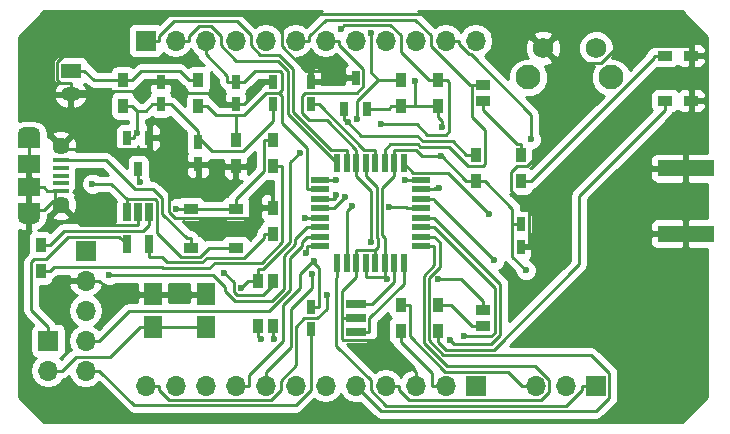
<source format=gtl>
G04 #@! TF.FileFunction,Copper,L1,Top,Signal*
%FSLAX46Y46*%
G04 Gerber Fmt 4.6, Leading zero omitted, Abs format (unit mm)*
G04 Created by KiCad (PCBNEW 4.0.7-e2-6376~60~ubuntu17.10.1) date Thu Dec 28 10:46:34 2017*
%MOMM*%
%LPD*%
G01*
G04 APERTURE LIST*
%ADD10C,0.100000*%
%ADD11R,0.750000X1.200000*%
%ADD12R,1.700000X1.200000*%
%ADD13O,1.700000X1.200000*%
%ADD14R,0.900000X1.200000*%
%ADD15R,0.550000X1.600000*%
%ADD16R,1.600000X0.550000*%
%ADD17R,0.650000X1.220000*%
%ADD18R,1.700000X0.700000*%
%ADD19R,1.200000X0.900000*%
%ADD20R,1.900000X1.500000*%
%ADD21C,1.450000*%
%ADD22R,1.350000X0.400000*%
%ADD23O,1.900000X1.200000*%
%ADD24R,1.900000X1.200000*%
%ADD25R,1.700000X1.700000*%
%ADD26O,1.700000X1.700000*%
%ADD27R,1.270000X0.970000*%
%ADD28R,0.650000X1.560000*%
%ADD29R,1.500000X1.950000*%
%ADD30R,4.700000X1.350000*%
%ADD31R,0.970000X1.270000*%
%ADD32C,2.100000*%
%ADD33C,1.750000*%
%ADD34C,0.600000*%
%ADD35C,0.250000*%
%ADD36C,0.254000*%
G04 APERTURE END LIST*
D10*
D11*
X166370000Y-85405000D03*
X166370000Y-83505000D03*
X169545000Y-83505000D03*
X169545000Y-85405000D03*
X169545000Y-102555000D03*
X169545000Y-104455000D03*
X156845000Y-85405000D03*
X156845000Y-83505000D03*
X163195000Y-85405000D03*
X163195000Y-83505000D03*
X187325000Y-97470000D03*
X187325000Y-95570000D03*
D12*
X149225000Y-82550000D03*
D13*
X149225000Y-84550000D03*
D14*
X177165000Y-104605000D03*
X177165000Y-102405000D03*
X180340000Y-85555000D03*
X180340000Y-83355000D03*
X177165000Y-85555000D03*
X177165000Y-83355000D03*
X153670000Y-85555000D03*
X153670000Y-83355000D03*
X183515000Y-89705000D03*
X183515000Y-91905000D03*
X160020000Y-83355000D03*
X160020000Y-85555000D03*
X163195000Y-88435000D03*
X163195000Y-90635000D03*
D15*
X171825000Y-98865000D03*
X172625000Y-98865000D03*
X173425000Y-98865000D03*
X174225000Y-98865000D03*
X175025000Y-98865000D03*
X175825000Y-98865000D03*
X176625000Y-98865000D03*
X177425000Y-98865000D03*
D16*
X178875000Y-97415000D03*
X178875000Y-96615000D03*
X178875000Y-95815000D03*
X178875000Y-95015000D03*
X178875000Y-94215000D03*
X178875000Y-93415000D03*
X178875000Y-92615000D03*
X178875000Y-91815000D03*
D15*
X177425000Y-90365000D03*
X176625000Y-90365000D03*
X175825000Y-90365000D03*
X175025000Y-90365000D03*
X174225000Y-90365000D03*
X173425000Y-90365000D03*
X172625000Y-90365000D03*
X171825000Y-90365000D03*
D16*
X170375000Y-91815000D03*
X170375000Y-92615000D03*
X170375000Y-93415000D03*
X170375000Y-94215000D03*
X170375000Y-95015000D03*
X170375000Y-95815000D03*
X170375000Y-96615000D03*
X170375000Y-97415000D03*
D17*
X172405000Y-85765000D03*
X174305000Y-85765000D03*
X173355000Y-83145000D03*
D18*
X173355000Y-104705000D03*
X173355000Y-103505000D03*
X173355000Y-102305000D03*
D11*
X160020000Y-88585000D03*
X160020000Y-90485000D03*
D19*
X159385000Y-94235000D03*
X159385000Y-97535000D03*
X163195000Y-94235000D03*
X163195000Y-97535000D03*
D14*
X146685000Y-97325000D03*
X146685000Y-99525000D03*
D20*
X145700000Y-92440000D03*
D21*
X148400000Y-88940000D03*
D22*
X148400000Y-90790000D03*
X148400000Y-90140000D03*
X148400000Y-92740000D03*
X148400000Y-92090000D03*
X148400000Y-91440000D03*
D21*
X148400000Y-93940000D03*
D20*
X145700000Y-90440000D03*
D23*
X145700000Y-87940000D03*
X145700000Y-94940000D03*
D24*
X145700000Y-94340000D03*
X145700000Y-88540000D03*
D25*
X150495000Y-97790000D03*
D26*
X150495000Y-100330000D03*
X150495000Y-102870000D03*
X150495000Y-105410000D03*
X150495000Y-107950000D03*
D14*
X166370000Y-94150000D03*
X166370000Y-96350000D03*
X166370000Y-90635000D03*
X166370000Y-88435000D03*
D19*
X201760000Y-81280000D03*
X199560000Y-81280000D03*
X201760000Y-85090000D03*
X199560000Y-85090000D03*
D27*
X184150000Y-85095000D03*
X184150000Y-83815000D03*
X184150000Y-104145000D03*
X184150000Y-102865000D03*
D14*
X187325000Y-91905000D03*
X187325000Y-89705000D03*
X180340000Y-104605000D03*
X180340000Y-102405000D03*
D28*
X155890000Y-94535000D03*
X154940000Y-94535000D03*
X153990000Y-94535000D03*
X153990000Y-97235000D03*
X155890000Y-97235000D03*
D17*
X155890000Y-88225000D03*
X153990000Y-88225000D03*
X154940000Y-90845000D03*
D29*
X160655000Y-104245000D03*
X160655000Y-101495000D03*
X156210000Y-104245000D03*
X156210000Y-101495000D03*
D30*
X201295000Y-96375000D03*
X201295000Y-90805000D03*
D31*
X166375000Y-104140000D03*
X165095000Y-104140000D03*
X166375000Y-100330000D03*
X165095000Y-100330000D03*
D25*
X147320000Y-105410000D03*
D26*
X147320000Y-107950000D03*
D25*
X155575000Y-80010000D03*
D26*
X158115000Y-80010000D03*
X160655000Y-80010000D03*
X163195000Y-80010000D03*
X165735000Y-80010000D03*
X168275000Y-80010000D03*
X170815000Y-80010000D03*
X173355000Y-80010000D03*
X175895000Y-80010000D03*
X178435000Y-80010000D03*
X180975000Y-80010000D03*
X183515000Y-80010000D03*
D25*
X183515000Y-109220000D03*
D26*
X180975000Y-109220000D03*
X178435000Y-109220000D03*
X175895000Y-109220000D03*
X173355000Y-109220000D03*
X170815000Y-109220000D03*
X168275000Y-109220000D03*
X165735000Y-109220000D03*
X163195000Y-109220000D03*
X160655000Y-109220000D03*
X158115000Y-109220000D03*
X155575000Y-109220000D03*
D25*
X193675000Y-109220000D03*
D26*
X191135000Y-109220000D03*
X188595000Y-109220000D03*
D32*
X194990000Y-83135000D03*
D33*
X193730000Y-80645000D03*
X189230000Y-80645000D03*
D32*
X187980000Y-83135000D03*
D34*
X175451500Y-104633000D03*
X187971300Y-94224800D03*
X187777700Y-99458700D03*
X180605600Y-89810100D03*
X175979300Y-100167300D03*
X180648500Y-87341400D03*
X178393200Y-83464800D03*
X154833200Y-87831400D03*
X169798100Y-98687500D03*
X169054100Y-95015000D03*
X151073800Y-92132200D03*
X174625000Y-79360900D03*
X173506000Y-86624200D03*
X171679400Y-93109700D03*
X175484000Y-87117500D03*
X172491700Y-93223600D03*
X172085000Y-78999700D03*
X174672700Y-97074400D03*
X180354300Y-100205900D03*
X152463700Y-99872800D03*
X182517600Y-105055700D03*
X168623700Y-89532600D03*
X163688700Y-100946400D03*
X181348500Y-105388900D03*
X169646800Y-99744600D03*
X176216100Y-94066800D03*
X185094000Y-98633500D03*
X165380200Y-105310400D03*
X172686400Y-86937400D03*
X171677000Y-91815000D03*
X188206300Y-88382100D03*
X173027900Y-94044100D03*
X162245400Y-99658900D03*
X169141100Y-97964400D03*
X155135300Y-91960700D03*
X180416500Y-92525200D03*
X177551500Y-91815000D03*
X184638700Y-94655400D03*
X170905300Y-101585400D03*
X158184100Y-94231900D03*
X166473300Y-105308000D03*
D35*
X160655000Y-101495000D02*
X159579700Y-101495000D01*
X145700000Y-88540000D02*
X145700000Y-87940000D01*
X173355000Y-83145000D02*
X172704700Y-83145000D01*
X145700000Y-94340000D02*
X145700000Y-94940000D01*
X145700000Y-89902300D02*
X145700000Y-89364700D01*
X145700000Y-88540000D02*
X145700000Y-89364700D01*
X156210000Y-101495000D02*
X157285300Y-101495000D01*
X147275300Y-92740000D02*
X146975300Y-92440000D01*
X147399700Y-92740000D02*
X147275300Y-92740000D01*
X201760000Y-85090000D02*
X201760000Y-84314700D01*
X201760000Y-84314700D02*
X201760000Y-81280000D01*
X169156400Y-82579700D02*
X169545000Y-82579700D01*
X167091500Y-80514800D02*
X169156400Y-82579700D01*
X167091500Y-78314400D02*
X167091500Y-80514800D01*
X159579700Y-101495000D02*
X157285300Y-101495000D01*
X172139400Y-82579700D02*
X169545000Y-82579700D01*
X172704700Y-83145000D02*
X172139400Y-82579700D01*
X201760000Y-81280000D02*
X201760000Y-80504700D01*
X178435000Y-109220000D02*
X178435000Y-108044700D01*
X160020000Y-90485000D02*
X160720300Y-90485000D01*
X162269700Y-90485000D02*
X162419700Y-90635000D01*
X160720300Y-90485000D02*
X162269700Y-90485000D01*
X155890000Y-88225000D02*
X155890000Y-89160300D01*
X163195000Y-90635000D02*
X162419700Y-90635000D01*
X166370000Y-94150000D02*
X165594700Y-94150000D01*
X173355000Y-103505000D02*
X172179700Y-103505000D01*
X178435000Y-108044700D02*
X175451500Y-105061200D01*
X172179700Y-105239800D02*
X172179700Y-103505000D01*
X172320300Y-105380400D02*
X172179700Y-105239800D01*
X175132300Y-105380400D02*
X172320300Y-105380400D01*
X175451500Y-105061200D02*
X175132300Y-105380400D01*
X148299700Y-83624700D02*
X149225000Y-83624700D01*
X148040500Y-83365500D02*
X148299700Y-83624700D01*
X148040500Y-81807300D02*
X148040500Y-83365500D01*
X151983700Y-77864100D02*
X148040500Y-81807300D01*
X166641200Y-77864100D02*
X151983700Y-77864100D01*
X167091500Y-78314400D02*
X166641200Y-77864100D01*
X173425000Y-99427600D02*
X173425000Y-99990300D01*
X167615300Y-77790600D02*
X167091500Y-78314400D01*
X186375600Y-77790600D02*
X167615300Y-77790600D01*
X189230000Y-80645000D02*
X186375600Y-77790600D01*
X169545000Y-83505000D02*
X169545000Y-82579700D01*
X195568000Y-80504700D02*
X201760000Y-80504700D01*
X194120500Y-81952200D02*
X195568000Y-80504700D01*
X190537200Y-81952200D02*
X194120500Y-81952200D01*
X189230000Y-80645000D02*
X190537200Y-81952200D01*
X149225000Y-84550000D02*
X149225000Y-84302500D01*
X149225000Y-84302500D02*
X149225000Y-83624700D01*
X155347200Y-84302500D02*
X156144700Y-83505000D01*
X149225000Y-84302500D02*
X155347200Y-84302500D01*
X156845000Y-83505000D02*
X156144700Y-83505000D01*
X158519900Y-84479600D02*
X157545300Y-83505000D01*
X161569300Y-84479600D02*
X158519900Y-84479600D01*
X162494700Y-85405000D02*
X161569300Y-84479600D01*
X156845000Y-83505000D02*
X157545300Y-83505000D01*
X162844900Y-85405000D02*
X162494700Y-85405000D01*
X163195000Y-85405000D02*
X162844900Y-85405000D01*
X163195000Y-85405000D02*
X163895300Y-85405000D01*
X166370000Y-83505000D02*
X165669700Y-83505000D01*
X173425000Y-99427600D02*
X173425000Y-98865000D01*
X173425000Y-98865000D02*
X173425000Y-97739700D01*
X175025000Y-98865000D02*
X175025000Y-97739700D01*
X174225000Y-90365000D02*
X174225000Y-91490300D01*
X165333200Y-83841500D02*
X165669700Y-83505000D01*
X165333200Y-83967100D02*
X165333200Y-83841500D01*
X163895300Y-85405000D02*
X165333200Y-83967100D01*
X145700000Y-92440000D02*
X145940000Y-92440000D01*
X145940000Y-92440000D02*
X146975300Y-92440000D01*
X145700000Y-89902300D02*
X145700000Y-90440000D01*
X145940000Y-91755300D02*
X145940000Y-92440000D01*
X145700000Y-91515300D02*
X145940000Y-91755300D01*
X145700000Y-90440000D02*
X145700000Y-91515300D01*
X150100300Y-95640300D02*
X148400000Y-93940000D01*
X154940000Y-95640300D02*
X150100300Y-95640300D01*
X154940000Y-94535000D02*
X154940000Y-95640300D01*
X148400000Y-92740000D02*
X147899900Y-92740000D01*
X147899900Y-92740000D02*
X147399700Y-92740000D01*
X145700000Y-94340000D02*
X146975300Y-94340000D01*
X147899900Y-92740000D02*
X147899900Y-93590000D01*
X148050000Y-93590000D02*
X147899900Y-93590000D01*
X148400000Y-93940000D02*
X148050000Y-93590000D01*
X147725300Y-93590000D02*
X146975300Y-94340000D01*
X147899900Y-93590000D02*
X147725300Y-93590000D01*
X160020000Y-90485000D02*
X159319700Y-90485000D01*
X157558800Y-90485000D02*
X159319700Y-90485000D01*
X164716800Y-95027900D02*
X165594700Y-94150000D01*
X158051100Y-95027900D02*
X164716800Y-95027900D01*
X157558800Y-94535600D02*
X158051100Y-95027900D01*
X157558800Y-90485000D02*
X157558800Y-94535600D01*
X187325000Y-97470000D02*
X188025300Y-97470000D01*
X186509600Y-92763100D02*
X187971300Y-94224800D01*
X186509600Y-91144300D02*
X186509600Y-92763100D01*
X187023500Y-90630400D02*
X186509600Y-91144300D01*
X187909700Y-90630400D02*
X187023500Y-90630400D01*
X190537200Y-88002900D02*
X187909700Y-90630400D01*
X190537200Y-81952200D02*
X190537200Y-88002900D01*
X188025300Y-94278800D02*
X188025300Y-97470000D01*
X187971300Y-94224800D02*
X188025300Y-94278800D01*
X157214700Y-90485000D02*
X157558800Y-90485000D01*
X155890000Y-89160300D02*
X157214700Y-90485000D01*
X148620300Y-89160300D02*
X155890000Y-89160300D01*
X148400000Y-88940000D02*
X148620300Y-89160300D01*
X175451500Y-105061200D02*
X175451500Y-104633000D01*
X173425000Y-97739700D02*
X175025000Y-97739700D01*
X172179700Y-101235600D02*
X173425000Y-99990300D01*
X172179700Y-103505000D02*
X172179700Y-101235600D01*
X175298000Y-97466700D02*
X175025000Y-97739700D01*
X175298000Y-96815300D02*
X175298000Y-97466700D01*
X175140500Y-96657800D02*
X175298000Y-96815300D01*
X175140500Y-92405800D02*
X175140500Y-96657800D01*
X174225000Y-91490300D02*
X175140500Y-92405800D01*
X152835300Y-101495000D02*
X156210000Y-101495000D01*
X151670300Y-100330000D02*
X152835300Y-101495000D01*
X150495000Y-100330000D02*
X151670300Y-100330000D01*
X156845000Y-85405000D02*
X157545300Y-85405000D01*
X157727700Y-85405000D02*
X157545300Y-85405000D01*
X160020000Y-87697300D02*
X157727700Y-85405000D01*
X187325000Y-95570000D02*
X186624700Y-95570000D01*
X160020000Y-88585000D02*
X160020000Y-88159900D01*
X160020000Y-88159900D02*
X160020000Y-87697300D01*
X166370000Y-86859200D02*
X166370000Y-85405000D01*
X163868800Y-89360400D02*
X166370000Y-86859200D01*
X161220500Y-89360400D02*
X163868800Y-89360400D01*
X160020000Y-88159900D02*
X161220500Y-89360400D01*
X176625000Y-90365000D02*
X176625000Y-91490300D01*
X176625000Y-90365000D02*
X176625000Y-89239700D01*
X183515000Y-91905000D02*
X182739700Y-91905000D01*
X186624700Y-94239400D02*
X184290300Y-91905000D01*
X186624700Y-95570000D02*
X186624700Y-94239400D01*
X183515000Y-91905000D02*
X184290300Y-91905000D01*
X180644800Y-89810100D02*
X180605600Y-89810100D01*
X182739700Y-91905000D02*
X180644800Y-89810100D01*
X175825000Y-98414900D02*
X175825000Y-97739700D01*
X175825000Y-98414900D02*
X175825000Y-98865000D01*
X175825000Y-98865000D02*
X175825000Y-99990300D01*
X174225000Y-98865000D02*
X174225000Y-99990300D01*
X175825000Y-99990300D02*
X174225000Y-99990300D01*
X175825000Y-100013000D02*
X175979300Y-100167300D01*
X175825000Y-99990300D02*
X175825000Y-100013000D01*
X180340000Y-85555000D02*
X180340000Y-86480300D01*
X176179700Y-85765000D02*
X176389700Y-85555000D01*
X174305000Y-85765000D02*
X176179700Y-85765000D01*
X177165000Y-85555000D02*
X176389700Y-85555000D01*
X178393200Y-85555000D02*
X178393200Y-83464800D01*
X177165000Y-85555000D02*
X178393200Y-85555000D01*
X178393200Y-85555000D02*
X180340000Y-85555000D01*
X154640300Y-88024300D02*
X154640300Y-88225000D01*
X154833200Y-87831400D02*
X154640300Y-88024300D01*
X153990000Y-88225000D02*
X154640300Y-88225000D01*
X180648500Y-86788800D02*
X180340000Y-86480300D01*
X180648500Y-87341400D02*
X180648500Y-86788800D01*
X179013300Y-89810100D02*
X180605600Y-89810100D01*
X178442900Y-89239700D02*
X179013300Y-89810100D01*
X176625000Y-89239700D02*
X178442900Y-89239700D01*
X175825000Y-96705400D02*
X175825000Y-97739700D01*
X175590800Y-96471200D02*
X175825000Y-96705400D01*
X175590800Y-92524500D02*
X175590800Y-96471200D01*
X176625000Y-91490300D02*
X175590800Y-92524500D01*
X179799700Y-108165000D02*
X177165000Y-105530300D01*
X179799700Y-109220000D02*
X179799700Y-108165000D01*
X177165000Y-104605000D02*
X177165000Y-105530300D01*
X180975000Y-109220000D02*
X179799700Y-109220000D01*
X153670000Y-85555000D02*
X154445300Y-85555000D01*
X156845000Y-85405000D02*
X156144700Y-85405000D01*
X155606800Y-85942900D02*
X156144700Y-85405000D01*
X154833200Y-85942900D02*
X155606800Y-85942900D01*
X154833200Y-87831400D02*
X154833200Y-85942900D01*
X154833200Y-85942900D02*
X154445300Y-85555000D01*
X186624700Y-98305700D02*
X186624700Y-95570000D01*
X187777700Y-99458700D02*
X186624700Y-98305700D01*
X173355000Y-102305000D02*
X174530300Y-102305000D01*
X176625000Y-100442900D02*
X176625000Y-98865000D01*
X174762900Y-102305000D02*
X176625000Y-100442900D01*
X174530300Y-102305000D02*
X174762900Y-102305000D01*
X177425000Y-100612100D02*
X177425000Y-98865000D01*
X174530300Y-103506800D02*
X177425000Y-100612100D01*
X174530300Y-104705000D02*
X174530300Y-103506800D01*
X173355000Y-104705000D02*
X174530300Y-104705000D01*
X175025000Y-90365000D02*
X175025000Y-89239700D01*
X169545000Y-85405000D02*
X170245300Y-85405000D01*
X174080000Y-89239700D02*
X170245300Y-85405000D01*
X175025000Y-89239700D02*
X174080000Y-89239700D01*
X170375000Y-95015000D02*
X169249700Y-95015000D01*
X169249700Y-95015000D02*
X169054100Y-95015000D01*
X163195000Y-109220000D02*
X164370300Y-109220000D01*
X169545000Y-102555000D02*
X170245300Y-102555000D01*
X164370300Y-108302200D02*
X164370300Y-109220000D01*
X167185300Y-105487200D02*
X164370300Y-108302200D01*
X167185300Y-102374800D02*
X167185300Y-105487200D01*
X168629700Y-100930400D02*
X167185300Y-102374800D01*
X168629700Y-99792700D02*
X168629700Y-100930400D01*
X169597600Y-98824800D02*
X168629700Y-99792700D01*
X169798100Y-98824800D02*
X169597600Y-98824800D01*
X169798100Y-98824800D02*
X169798100Y-98687500D01*
X170272100Y-99298800D02*
X169798100Y-98824800D01*
X170272100Y-102528200D02*
X170272100Y-99298800D01*
X170245300Y-102555000D02*
X170272100Y-102528200D01*
X177940300Y-105059000D02*
X177940300Y-102405000D01*
X180926000Y-108044700D02*
X177940300Y-105059000D01*
X186244400Y-108044700D02*
X180926000Y-108044700D01*
X187419700Y-109220000D02*
X186244400Y-108044700D01*
X188595000Y-109220000D02*
X187419700Y-109220000D01*
X177165000Y-102405000D02*
X177940300Y-102405000D01*
X169545000Y-109614500D02*
X169545000Y-104455000D01*
X168279500Y-110880000D02*
X169545000Y-109614500D01*
X154600300Y-110880000D02*
X168279500Y-110880000D01*
X151670300Y-107950000D02*
X154600300Y-110880000D01*
X150495000Y-107950000D02*
X151670300Y-107950000D01*
X159094300Y-96759700D02*
X159385000Y-96759700D01*
X156990800Y-94656200D02*
X159094300Y-96759700D01*
X156990800Y-93383400D02*
X156990800Y-94656200D01*
X156203100Y-92595700D02*
X156990800Y-93383400D01*
X154692200Y-92595700D02*
X156203100Y-92595700D01*
X152236500Y-90140000D02*
X154692200Y-92595700D01*
X148400000Y-90140000D02*
X152236500Y-90140000D01*
X159385000Y-97535000D02*
X159385000Y-96759700D01*
X160020000Y-85555000D02*
X160795300Y-85555000D01*
X163195000Y-83505000D02*
X163895300Y-83505000D01*
X163195000Y-88435000D02*
X163195000Y-87509700D01*
X163195000Y-86330300D02*
X163195000Y-87509700D01*
X161570600Y-86330300D02*
X160795300Y-85555000D01*
X163195000Y-86330300D02*
X161570600Y-86330300D01*
X170375000Y-92615000D02*
X169249700Y-92615000D01*
X167115600Y-84216400D02*
X166893800Y-84438200D01*
X167115600Y-82765900D02*
X167115600Y-84216400D01*
X166919400Y-82569700D02*
X167115600Y-82765900D01*
X164830600Y-82569700D02*
X166919400Y-82569700D01*
X163895300Y-83505000D02*
X164830600Y-82569700D01*
X163935600Y-86330300D02*
X163195000Y-86330300D01*
X165786300Y-84479600D02*
X163935600Y-86330300D01*
X166852400Y-84479600D02*
X165786300Y-84479600D01*
X166893800Y-84438200D02*
X166852400Y-84479600D01*
X167145400Y-84689900D02*
X166893800Y-84438200D01*
X167145400Y-87003500D02*
X167145400Y-84689900D01*
X169249700Y-89107800D02*
X167145400Y-87003500D01*
X169249700Y-92615000D02*
X169249700Y-89107800D01*
X162494700Y-83025000D02*
X162494700Y-83505000D01*
X160655000Y-81185300D02*
X162494700Y-83025000D01*
X160655000Y-80010000D02*
X160655000Y-81185300D01*
X163195000Y-83505000D02*
X162494700Y-83505000D01*
X149225000Y-82550000D02*
X150400300Y-82550000D01*
X151205300Y-83355000D02*
X150400300Y-82550000D01*
X152894700Y-83355000D02*
X151205300Y-83355000D01*
X153282400Y-83355000D02*
X152894700Y-83355000D01*
X153282400Y-83355000D02*
X153670000Y-83355000D01*
X158469400Y-82579700D02*
X159244700Y-83355000D01*
X155220600Y-82579700D02*
X158469400Y-82579700D01*
X154445300Y-83355000D02*
X155220600Y-82579700D01*
X153670000Y-83355000D02*
X154445300Y-83355000D01*
X160020000Y-83355000D02*
X159244700Y-83355000D01*
X152692500Y-92132200D02*
X153990000Y-93429700D01*
X151073800Y-92132200D02*
X152692500Y-92132200D01*
X153990000Y-94535000D02*
X153990000Y-93429700D01*
X160921100Y-97535000D02*
X163195000Y-97535000D01*
X160145700Y-98310400D02*
X160921100Y-97535000D01*
X158568000Y-98310400D02*
X160145700Y-98310400D01*
X156540400Y-96282800D02*
X158568000Y-98310400D01*
X156540400Y-93572400D02*
X156540400Y-96282800D01*
X156397700Y-93429700D02*
X156540400Y-93572400D01*
X153990000Y-93429700D02*
X156397700Y-93429700D01*
X148655700Y-96129600D02*
X147460300Y-97325000D01*
X155400700Y-96129600D02*
X148655700Y-96129600D01*
X155890000Y-95640300D02*
X155400700Y-96129600D01*
X155890000Y-94535000D02*
X155890000Y-95640300D01*
X146685000Y-97325000D02*
X147460300Y-97325000D01*
X146685000Y-99525000D02*
X147460300Y-99525000D01*
X166370000Y-90635000D02*
X167145300Y-90635000D01*
X167145300Y-97107300D02*
X167145300Y-90635000D01*
X165412700Y-98839900D02*
X167145300Y-97107300D01*
X161426300Y-98839900D02*
X165412700Y-98839900D01*
X160984900Y-99281300D02*
X161426300Y-98839900D01*
X157072900Y-99281300D02*
X160984900Y-99281300D01*
X156946300Y-99154700D02*
X157072900Y-99281300D01*
X147830600Y-99154700D02*
X156946300Y-99154700D01*
X147460300Y-99525000D02*
X147830600Y-99154700D01*
X171281100Y-89239700D02*
X172625000Y-89239700D01*
X168093700Y-86052300D02*
X171281100Y-89239700D01*
X168093700Y-82391100D02*
X168093700Y-86052300D01*
X166907000Y-81204400D02*
X168093700Y-82391100D01*
X165246600Y-81204400D02*
X166907000Y-81204400D01*
X164465000Y-80422800D02*
X165246600Y-81204400D01*
X164465000Y-79530100D02*
X164465000Y-80422800D01*
X163299800Y-78364900D02*
X164465000Y-79530100D01*
X158028100Y-78364900D02*
X163299800Y-78364900D01*
X156750300Y-79642700D02*
X158028100Y-78364900D01*
X156750300Y-80010000D02*
X156750300Y-79642700D01*
X155575000Y-80010000D02*
X156750300Y-80010000D01*
X172625000Y-90365000D02*
X172625000Y-89239700D01*
X171769500Y-90365000D02*
X171825000Y-90365000D01*
X167643300Y-86238800D02*
X171769500Y-90365000D01*
X167643300Y-82582400D02*
X167643300Y-86238800D01*
X166779100Y-81718200D02*
X167643300Y-82582400D01*
X163229600Y-81718200D02*
X166779100Y-81718200D01*
X161925000Y-80413600D02*
X163229600Y-81718200D01*
X161925000Y-79616800D02*
X161925000Y-80413600D01*
X161123500Y-78815300D02*
X161925000Y-79616800D01*
X160117700Y-78815300D02*
X161123500Y-78815300D01*
X159290300Y-79642700D02*
X160117700Y-78815300D01*
X159290300Y-80010000D02*
X159290300Y-79642700D01*
X158115000Y-80010000D02*
X159290300Y-80010000D01*
X177165000Y-83355000D02*
X176502300Y-83355000D01*
X170375000Y-93415000D02*
X171500300Y-93415000D01*
X174625000Y-82701000D02*
X175279000Y-83355000D01*
X174625000Y-79360900D02*
X174625000Y-82701000D01*
X176502300Y-83355000D02*
X175279000Y-83355000D01*
X173506000Y-85128000D02*
X173506000Y-86624200D01*
X175279000Y-83355000D02*
X173506000Y-85128000D01*
X171679400Y-93235900D02*
X171500300Y-93415000D01*
X171679400Y-93109700D02*
X171679400Y-93235900D01*
X170375000Y-94215000D02*
X171500300Y-94215000D01*
X172491700Y-93223600D02*
X171500300Y-94215000D01*
X172393300Y-78691400D02*
X172085000Y-78999700D01*
X176301600Y-78691400D02*
X172393300Y-78691400D01*
X177165000Y-79554800D02*
X176301600Y-78691400D01*
X177165000Y-80955300D02*
X177165000Y-79554800D01*
X179564700Y-83355000D02*
X177165000Y-80955300D01*
X178549700Y-87117500D02*
X175484000Y-87117500D01*
X179400300Y-87968100D02*
X178549700Y-87117500D01*
X180973700Y-87968100D02*
X179400300Y-87968100D01*
X181275400Y-87666400D02*
X180973700Y-87968100D01*
X181275400Y-83515100D02*
X181275400Y-87666400D01*
X181115300Y-83355000D02*
X181275400Y-83515100D01*
X180340000Y-83355000D02*
X181115300Y-83355000D01*
X180340000Y-83355000D02*
X179564700Y-83355000D01*
X184150000Y-83815000D02*
X183189700Y-83815000D01*
X175825000Y-90365000D02*
X175825000Y-89239700D01*
X183075200Y-83815000D02*
X183189700Y-83815000D01*
X179705000Y-80444800D02*
X183075200Y-83815000D01*
X179705000Y-79578100D02*
X179705000Y-80444800D01*
X178367900Y-78241000D02*
X179705000Y-79578100D01*
X170852000Y-78241000D02*
X178367900Y-78241000D01*
X169450300Y-79642700D02*
X170852000Y-78241000D01*
X169450300Y-80010000D02*
X169450300Y-79642700D01*
X168275000Y-80010000D02*
X169450300Y-80010000D01*
X183189700Y-86471100D02*
X183189700Y-83815000D01*
X184300700Y-87582100D02*
X183189700Y-86471100D01*
X184300700Y-90450600D02*
X184300700Y-87582100D01*
X184120900Y-90630400D02*
X184300700Y-90450600D01*
X182878500Y-90630400D02*
X184120900Y-90630400D01*
X181248900Y-89000800D02*
X182878500Y-90630400D01*
X178840900Y-89000800D02*
X181248900Y-89000800D01*
X178627600Y-88787500D02*
X178840900Y-89000800D01*
X176277200Y-88787500D02*
X178627600Y-88787500D01*
X175825000Y-89239700D02*
X176277200Y-88787500D01*
X170938100Y-86752800D02*
X173425000Y-89239700D01*
X169431100Y-86752800D02*
X170938100Y-86752800D01*
X168826100Y-86147800D02*
X169431100Y-86752800D01*
X168826100Y-84666600D02*
X168826100Y-86147800D01*
X169037700Y-84455000D02*
X168826100Y-84666600D01*
X173453400Y-84455000D02*
X169037700Y-84455000D01*
X174019600Y-83888800D02*
X173453400Y-84455000D01*
X174019600Y-82378500D02*
X174019600Y-83888800D01*
X171990300Y-80349200D02*
X174019600Y-82378500D01*
X171990300Y-80010000D02*
X171990300Y-80349200D01*
X170815000Y-80010000D02*
X171990300Y-80010000D01*
X173425000Y-89914900D02*
X173425000Y-89239700D01*
X173425000Y-89914900D02*
X173425000Y-90365000D01*
X182301200Y-100205900D02*
X184150000Y-102054700D01*
X180354300Y-100205900D02*
X182301200Y-100205900D01*
X184150000Y-102865000D02*
X184150000Y-102054700D01*
X173425000Y-90365000D02*
X173425000Y-91490300D01*
X174672700Y-92738000D02*
X174672700Y-97074400D01*
X173425000Y-91490300D02*
X174672700Y-92738000D01*
X170375000Y-95815000D02*
X169249700Y-95815000D01*
X161252700Y-99872800D02*
X152463700Y-99872800D01*
X162294500Y-100914600D02*
X161252700Y-99872800D01*
X162294500Y-101181100D02*
X162294500Y-100914600D01*
X163135600Y-102022200D02*
X162294500Y-101181100D01*
X166264100Y-102022200D02*
X163135600Y-102022200D01*
X167278900Y-101007400D02*
X166264100Y-102022200D01*
X167278900Y-98247600D02*
X167278900Y-101007400D01*
X168271000Y-97255500D02*
X167278900Y-98247600D01*
X168271000Y-96793700D02*
X168271000Y-97255500D01*
X169249700Y-95815000D02*
X168271000Y-96793700D01*
X175895000Y-109220000D02*
X177070300Y-109220000D01*
X178875000Y-97415000D02*
X180000300Y-97415000D01*
X180000300Y-99038700D02*
X180000300Y-97415000D01*
X179113900Y-99925100D02*
X180000300Y-99038700D01*
X179113900Y-105586600D02*
X179113900Y-99925100D01*
X181059700Y-107532400D02*
X179113900Y-105586600D01*
X188571500Y-107532400D02*
X181059700Y-107532400D01*
X189777300Y-108738200D02*
X188571500Y-107532400D01*
X189777300Y-109736400D02*
X189777300Y-108738200D01*
X189080400Y-110433300D02*
X189777300Y-109736400D01*
X177916300Y-110433300D02*
X189080400Y-110433300D01*
X177070300Y-109587300D02*
X177916300Y-110433300D01*
X177070300Y-109220000D02*
X177070300Y-109587300D01*
X178875000Y-96615000D02*
X180000300Y-96615000D01*
X180469100Y-97083800D02*
X180000300Y-96615000D01*
X180469100Y-99206800D02*
X180469100Y-97083800D01*
X179564200Y-100111700D02*
X180469100Y-99206800D01*
X179564200Y-105400000D02*
X179564200Y-100111700D01*
X180796000Y-106631800D02*
X179564200Y-105400000D01*
X193300500Y-106631800D02*
X180796000Y-106631800D01*
X194850400Y-108181700D02*
X193300500Y-106631800D01*
X194850400Y-110238500D02*
X194850400Y-108181700D01*
X193700600Y-111388300D02*
X194850400Y-110238500D01*
X175523300Y-111388300D02*
X193700600Y-111388300D01*
X173355000Y-109220000D02*
X175523300Y-111388300D01*
X178875000Y-95815000D02*
X180000300Y-95815000D01*
X184832700Y-105055700D02*
X182517600Y-105055700D01*
X185151000Y-104737400D02*
X184832700Y-105055700D01*
X185151000Y-100965700D02*
X185151000Y-104737400D01*
X180000300Y-95815000D02*
X185151000Y-100965700D01*
X165095000Y-100330000D02*
X165095000Y-99369700D01*
X165519900Y-99369700D02*
X165095000Y-99369700D01*
X167820700Y-97068900D02*
X165519900Y-99369700D01*
X167820700Y-90335600D02*
X167820700Y-97068900D01*
X168623700Y-89532600D02*
X167820700Y-90335600D01*
X165095000Y-100330000D02*
X164284700Y-100330000D01*
X163688700Y-100926000D02*
X163688700Y-100946400D01*
X164284700Y-100330000D02*
X163688700Y-100926000D01*
X178875000Y-95015000D02*
X180000300Y-95015000D01*
X181690800Y-105731200D02*
X181348500Y-105388900D01*
X184831100Y-105731200D02*
X181690800Y-105731200D01*
X185606500Y-104955800D02*
X184831100Y-105731200D01*
X185606500Y-100621200D02*
X185606500Y-104955800D01*
X180000300Y-95015000D02*
X185606500Y-100621200D01*
X169646800Y-100950300D02*
X169646800Y-99744600D01*
X167855700Y-102741400D02*
X169646800Y-100950300D01*
X167855700Y-105924000D02*
X167855700Y-102741400D01*
X165735000Y-108044700D02*
X167855700Y-105924000D01*
X165735000Y-109220000D02*
X165735000Y-108044700D01*
X177601500Y-94066800D02*
X177749700Y-94215000D01*
X176216100Y-94066800D02*
X177601500Y-94066800D01*
X178875000Y-94215000D02*
X177749700Y-94215000D01*
X168799400Y-97065300D02*
X169249700Y-96615000D01*
X168799400Y-97421600D02*
X168799400Y-97065300D01*
X167795000Y-98426000D02*
X168799400Y-97421600D01*
X167795000Y-101128200D02*
X167795000Y-98426000D01*
X166000400Y-102922800D02*
X167795000Y-101128200D01*
X154157500Y-102922800D02*
X166000400Y-102922800D01*
X151670300Y-105410000D02*
X154157500Y-102922800D01*
X150495000Y-105410000D02*
X151670300Y-105410000D01*
X170375000Y-96615000D02*
X169249700Y-96615000D01*
X178875000Y-93415000D02*
X180000300Y-93415000D01*
X180000300Y-93539800D02*
X180000300Y-93415000D01*
X185094000Y-98633500D02*
X180000300Y-93539800D01*
X165095000Y-104140000D02*
X165095000Y-105100300D01*
X165170100Y-105100300D02*
X165095000Y-105100300D01*
X165380200Y-105310400D02*
X165170100Y-105100300D01*
X172405000Y-85765000D02*
X172405000Y-86700300D01*
X170375000Y-91815000D02*
X171500300Y-91815000D01*
X171500300Y-91815000D02*
X171677000Y-91815000D01*
X172642100Y-86937400D02*
X172686400Y-86937400D01*
X172405000Y-86700300D02*
X172642100Y-86937400D01*
X183515000Y-89705000D02*
X182739700Y-89705000D01*
X181585000Y-88550300D02*
X182739700Y-89705000D01*
X179027300Y-88550300D02*
X181585000Y-88550300D01*
X178577200Y-88100200D02*
X179027300Y-88550300D01*
X173849200Y-88100200D02*
X178577200Y-88100200D01*
X172686400Y-86937400D02*
X173849200Y-88100200D01*
X165594700Y-96737600D02*
X165594700Y-96350000D01*
X163942800Y-98389500D02*
X165594700Y-96737600D01*
X160746300Y-98389500D02*
X163942800Y-98389500D01*
X160363900Y-98771900D02*
X160746300Y-98389500D01*
X157426900Y-98771900D02*
X160363900Y-98771900D01*
X156995300Y-98340300D02*
X157426900Y-98771900D01*
X155890000Y-98340300D02*
X156995300Y-98340300D01*
X155890000Y-97235000D02*
X155890000Y-98340300D01*
X166370000Y-96350000D02*
X165594700Y-96350000D01*
X182150300Y-80339600D02*
X182150300Y-80010000D01*
X182996000Y-81185300D02*
X182150300Y-80339600D01*
X183117000Y-81185300D02*
X182996000Y-81185300D01*
X188206300Y-86274600D02*
X183117000Y-81185300D01*
X188206300Y-88382100D02*
X188206300Y-86274600D01*
X180975000Y-80010000D02*
X182150300Y-80010000D01*
X171729300Y-100086000D02*
X171825000Y-99990300D01*
X171729300Y-105894700D02*
X171729300Y-100086000D01*
X174625000Y-108790400D02*
X171729300Y-105894700D01*
X174625000Y-109616400D02*
X174625000Y-108790400D01*
X175946500Y-110937900D02*
X174625000Y-109616400D01*
X191149100Y-110937900D02*
X175946500Y-110937900D01*
X192499700Y-109587300D02*
X191149100Y-110937900D01*
X192499700Y-109220000D02*
X192499700Y-109587300D01*
X193675000Y-109220000D02*
X192499700Y-109220000D01*
X171825000Y-98865000D02*
X171825000Y-99990300D01*
X172625000Y-94447000D02*
X172625000Y-98865000D01*
X173027900Y-94044100D02*
X172625000Y-94447000D01*
X170375000Y-97415000D02*
X169249700Y-97415000D01*
X169249700Y-97855800D02*
X169141100Y-97964400D01*
X169249700Y-97415000D02*
X169249700Y-97855800D01*
X163063400Y-100476900D02*
X162245400Y-99658900D01*
X163063400Y-101298100D02*
X163063400Y-100476900D01*
X163337100Y-101571800D02*
X163063400Y-101298100D01*
X165504900Y-101571800D02*
X163337100Y-101571800D01*
X166375000Y-100701700D02*
X165504900Y-101571800D01*
X166375000Y-100330000D02*
X166375000Y-100701700D01*
X188239200Y-91905000D02*
X187325000Y-91905000D01*
X198634700Y-81509500D02*
X188239200Y-91905000D01*
X198634700Y-81280000D02*
X198634700Y-81509500D01*
X199560000Y-81280000D02*
X198634700Y-81280000D01*
X199560000Y-85090000D02*
X199560000Y-85865300D01*
X180340000Y-104605000D02*
X180340000Y-105530300D01*
X180991200Y-106181500D02*
X180340000Y-105530300D01*
X185050200Y-106181500D02*
X180991200Y-106181500D01*
X192282000Y-98949700D02*
X185050200Y-106181500D01*
X192282000Y-93143300D02*
X192282000Y-98949700D01*
X199560000Y-85865300D02*
X192282000Y-93143300D01*
X184150000Y-85095000D02*
X184150000Y-85905300D01*
X187325000Y-89705000D02*
X187325000Y-88779700D01*
X187024400Y-88779700D02*
X187325000Y-88779700D01*
X184150000Y-85905300D02*
X187024400Y-88779700D01*
X181449700Y-102405000D02*
X180340000Y-102405000D01*
X183189700Y-104145000D02*
X181449700Y-102405000D01*
X184150000Y-104145000D02*
X183189700Y-104145000D01*
X156210000Y-104245000D02*
X157285300Y-104245000D01*
X160655000Y-104245000D02*
X159579700Y-104245000D01*
X157285300Y-104245000D02*
X159579700Y-104245000D01*
X154940000Y-90845000D02*
X154940000Y-91780300D01*
X154954900Y-91780300D02*
X154940000Y-91780300D01*
X155135300Y-91960700D02*
X154954900Y-91780300D01*
X152605000Y-106774700D02*
X155134700Y-104245000D01*
X149670600Y-106774700D02*
X152605000Y-106774700D01*
X148495300Y-107950000D02*
X149670600Y-106774700D01*
X147320000Y-107950000D02*
X148495300Y-107950000D01*
X156210000Y-104245000D02*
X155134700Y-104245000D01*
X180090100Y-92525200D02*
X180000300Y-92615000D01*
X180416500Y-92525200D02*
X180090100Y-92525200D01*
X178875000Y-92615000D02*
X180000300Y-92615000D01*
X178875000Y-91815000D02*
X177749700Y-91815000D01*
X177749700Y-91815000D02*
X177551500Y-91815000D01*
X178249600Y-91189600D02*
X177425000Y-90365000D01*
X181172900Y-91189600D02*
X178249600Y-91189600D01*
X184638700Y-94655400D02*
X181172900Y-91189600D01*
X170905300Y-102712100D02*
X170905300Y-101585400D01*
X170087800Y-103529600D02*
X170905300Y-102712100D01*
X169029800Y-103529600D02*
X170087800Y-103529600D01*
X168306100Y-104253300D02*
X169029800Y-103529600D01*
X168306100Y-107516800D02*
X168306100Y-104253300D01*
X167005000Y-108817900D02*
X168306100Y-107516800D01*
X167005000Y-109620700D02*
X167005000Y-108817900D01*
X166196100Y-110429600D02*
X167005000Y-109620700D01*
X157592600Y-110429600D02*
X166196100Y-110429600D01*
X156750300Y-109587300D02*
X157592600Y-110429600D01*
X156750300Y-109220000D02*
X156750300Y-109587300D01*
X155575000Y-109220000D02*
X156750300Y-109220000D01*
X159385000Y-94235000D02*
X158459700Y-94235000D01*
X158456600Y-94231900D02*
X158184100Y-94231900D01*
X158459700Y-94235000D02*
X158456600Y-94231900D01*
X153369600Y-96614600D02*
X153990000Y-97235000D01*
X149016800Y-96614600D02*
X153369600Y-96614600D01*
X147116600Y-98514800D02*
X149016800Y-96614600D01*
X146149500Y-98514800D02*
X147116600Y-98514800D01*
X145909600Y-98754700D02*
X146149500Y-98514800D01*
X145909600Y-102824300D02*
X145909600Y-98754700D01*
X147320000Y-104234700D02*
X145909600Y-102824300D01*
X147320000Y-105410000D02*
X147320000Y-104234700D01*
X166370000Y-88435000D02*
X165594700Y-88435000D01*
X159385000Y-94235000D02*
X163195000Y-94235000D01*
X165594700Y-91060000D02*
X165594700Y-88435000D01*
X163195000Y-93459700D02*
X165594700Y-91060000D01*
X163195000Y-94235000D02*
X163195000Y-93459700D01*
X166375000Y-104140000D02*
X166375000Y-105100300D01*
X166473300Y-105198600D02*
X166473300Y-105308000D01*
X166375000Y-105100300D02*
X166473300Y-105198600D01*
D36*
G36*
X203125000Y-79669091D02*
X203125000Y-89495000D01*
X201580750Y-89495000D01*
X201422000Y-89653750D01*
X201422000Y-90678000D01*
X201442000Y-90678000D01*
X201442000Y-90932000D01*
X201422000Y-90932000D01*
X201422000Y-91956250D01*
X201580750Y-92115000D01*
X203125000Y-92115000D01*
X203125000Y-95065000D01*
X201580750Y-95065000D01*
X201422000Y-95223750D01*
X201422000Y-96248000D01*
X201442000Y-96248000D01*
X201442000Y-96502000D01*
X201422000Y-96502000D01*
X201422000Y-97526250D01*
X201580750Y-97685000D01*
X203125000Y-97685000D01*
X203125000Y-110195909D01*
X201000908Y-112320000D01*
X146979091Y-112320000D01*
X144855000Y-110195908D01*
X144855000Y-96061638D01*
X145223000Y-96175000D01*
X145573000Y-96175000D01*
X145573000Y-92567000D01*
X145553000Y-92567000D01*
X145553000Y-92313000D01*
X145573000Y-92313000D01*
X145573000Y-90567000D01*
X145553000Y-90567000D01*
X145553000Y-90313000D01*
X145573000Y-90313000D01*
X145573000Y-90293000D01*
X145827000Y-90293000D01*
X145827000Y-90313000D01*
X145847000Y-90313000D01*
X145847000Y-90567000D01*
X145827000Y-90567000D01*
X145827000Y-92313000D01*
X145847000Y-92313000D01*
X145847000Y-92567000D01*
X145827000Y-92567000D01*
X145827000Y-96175000D01*
X145917067Y-96175000D01*
X145783559Y-96260910D01*
X145638569Y-96473110D01*
X145587560Y-96725000D01*
X145587560Y-97925000D01*
X145599744Y-97989754D01*
X145372199Y-98217299D01*
X145207452Y-98463861D01*
X145149600Y-98754700D01*
X145149600Y-102824300D01*
X145207452Y-103115139D01*
X145372199Y-103361701D01*
X146072012Y-104061514D01*
X146018559Y-104095910D01*
X145873569Y-104308110D01*
X145822560Y-104560000D01*
X145822560Y-106260000D01*
X145866838Y-106495317D01*
X146005910Y-106711441D01*
X146218110Y-106856431D01*
X146285541Y-106870086D01*
X146240853Y-106899946D01*
X145918946Y-107381715D01*
X145805907Y-107950000D01*
X145918946Y-108518285D01*
X146240853Y-109000054D01*
X146722622Y-109321961D01*
X147290907Y-109435000D01*
X147349093Y-109435000D01*
X147917378Y-109321961D01*
X148399147Y-109000054D01*
X148607923Y-108687598D01*
X148786139Y-108652148D01*
X149032701Y-108487401D01*
X149078661Y-108441441D01*
X149093946Y-108518285D01*
X149415853Y-109000054D01*
X149897622Y-109321961D01*
X150465907Y-109435000D01*
X150524093Y-109435000D01*
X151092378Y-109321961D01*
X151574147Y-109000054D01*
X151602748Y-108957250D01*
X154062899Y-111417401D01*
X154309461Y-111582148D01*
X154600300Y-111640000D01*
X168279500Y-111640000D01*
X168570339Y-111582148D01*
X168816901Y-111417401D01*
X169866979Y-110367323D01*
X170246715Y-110621054D01*
X170815000Y-110734093D01*
X171383285Y-110621054D01*
X171865054Y-110299147D01*
X172085000Y-109969974D01*
X172304946Y-110299147D01*
X172786715Y-110621054D01*
X173355000Y-110734093D01*
X173721408Y-110661210D01*
X174985899Y-111925701D01*
X175232460Y-112090448D01*
X175523300Y-112148300D01*
X193700600Y-112148300D01*
X193991439Y-112090448D01*
X194238001Y-111925701D01*
X195387801Y-110775901D01*
X195552548Y-110529339D01*
X195610400Y-110238500D01*
X195610400Y-108181700D01*
X195552548Y-107890861D01*
X195387801Y-107644299D01*
X193837901Y-106094399D01*
X193591339Y-105929652D01*
X193300500Y-105871800D01*
X186434702Y-105871800D01*
X192819401Y-99487101D01*
X192984148Y-99240539D01*
X193042000Y-98949700D01*
X193042000Y-96660750D01*
X198310000Y-96660750D01*
X198310000Y-97176310D01*
X198406673Y-97409699D01*
X198585302Y-97588327D01*
X198818691Y-97685000D01*
X201009250Y-97685000D01*
X201168000Y-97526250D01*
X201168000Y-96502000D01*
X198468750Y-96502000D01*
X198310000Y-96660750D01*
X193042000Y-96660750D01*
X193042000Y-95573690D01*
X198310000Y-95573690D01*
X198310000Y-96089250D01*
X198468750Y-96248000D01*
X201168000Y-96248000D01*
X201168000Y-95223750D01*
X201009250Y-95065000D01*
X198818691Y-95065000D01*
X198585302Y-95161673D01*
X198406673Y-95340301D01*
X198310000Y-95573690D01*
X193042000Y-95573690D01*
X193042000Y-93458102D01*
X195409352Y-91090750D01*
X198310000Y-91090750D01*
X198310000Y-91606310D01*
X198406673Y-91839699D01*
X198585302Y-92018327D01*
X198818691Y-92115000D01*
X201009250Y-92115000D01*
X201168000Y-91956250D01*
X201168000Y-90932000D01*
X198468750Y-90932000D01*
X198310000Y-91090750D01*
X195409352Y-91090750D01*
X196496412Y-90003690D01*
X198310000Y-90003690D01*
X198310000Y-90519250D01*
X198468750Y-90678000D01*
X201168000Y-90678000D01*
X201168000Y-89653750D01*
X201009250Y-89495000D01*
X198818691Y-89495000D01*
X198585302Y-89591673D01*
X198406673Y-89770301D01*
X198310000Y-90003690D01*
X196496412Y-90003690D01*
X200097401Y-86402701D01*
X200252916Y-86169957D01*
X200395317Y-86143162D01*
X200611441Y-86004090D01*
X200657969Y-85935994D01*
X200800302Y-86078327D01*
X201033691Y-86175000D01*
X201474250Y-86175000D01*
X201633000Y-86016250D01*
X201633000Y-85217000D01*
X201887000Y-85217000D01*
X201887000Y-86016250D01*
X202045750Y-86175000D01*
X202486309Y-86175000D01*
X202719698Y-86078327D01*
X202898327Y-85899699D01*
X202995000Y-85666310D01*
X202995000Y-85375750D01*
X202836250Y-85217000D01*
X201887000Y-85217000D01*
X201633000Y-85217000D01*
X201613000Y-85217000D01*
X201613000Y-84963000D01*
X201633000Y-84963000D01*
X201633000Y-84163750D01*
X201887000Y-84163750D01*
X201887000Y-84963000D01*
X202836250Y-84963000D01*
X202995000Y-84804250D01*
X202995000Y-84513690D01*
X202898327Y-84280301D01*
X202719698Y-84101673D01*
X202486309Y-84005000D01*
X202045750Y-84005000D01*
X201887000Y-84163750D01*
X201633000Y-84163750D01*
X201474250Y-84005000D01*
X201033691Y-84005000D01*
X200800302Y-84101673D01*
X200659064Y-84242910D01*
X200624090Y-84188559D01*
X200411890Y-84043569D01*
X200160000Y-83992560D01*
X198960000Y-83992560D01*
X198724683Y-84036838D01*
X198508559Y-84175910D01*
X198363569Y-84388110D01*
X198312560Y-84640000D01*
X198312560Y-85540000D01*
X198356838Y-85775317D01*
X198442327Y-85908171D01*
X191744599Y-92605899D01*
X191579852Y-92852461D01*
X191522000Y-93143300D01*
X191522000Y-98634898D01*
X186366500Y-103790398D01*
X186366500Y-100621200D01*
X186308648Y-100330361D01*
X186143901Y-100083799D01*
X185526548Y-99466446D01*
X185622943Y-99426617D01*
X185886192Y-99163827D01*
X186028838Y-98820299D01*
X186028894Y-98755692D01*
X186087299Y-98843101D01*
X186842578Y-99598380D01*
X186842538Y-99643867D01*
X186984583Y-99987643D01*
X187247373Y-100250892D01*
X187590901Y-100393538D01*
X187962867Y-100393862D01*
X188306643Y-100251817D01*
X188569892Y-99989027D01*
X188712538Y-99645499D01*
X188712862Y-99273533D01*
X188570817Y-98929757D01*
X188308027Y-98666508D01*
X188091449Y-98576577D01*
X188238327Y-98429698D01*
X188335000Y-98196309D01*
X188335000Y-97755750D01*
X188176250Y-97597000D01*
X187452000Y-97597000D01*
X187452000Y-97617000D01*
X187384700Y-97617000D01*
X187384700Y-97323000D01*
X187452000Y-97323000D01*
X187452000Y-97343000D01*
X188176250Y-97343000D01*
X188335000Y-97184250D01*
X188335000Y-96743691D01*
X188238327Y-96510302D01*
X188236957Y-96508932D01*
X188296431Y-96421890D01*
X188347440Y-96170000D01*
X188347440Y-94970000D01*
X188303162Y-94734683D01*
X188164090Y-94518559D01*
X187951890Y-94373569D01*
X187700000Y-94322560D01*
X187384700Y-94322560D01*
X187384700Y-94239400D01*
X187326848Y-93948561D01*
X187162101Y-93701999D01*
X186428695Y-92968593D01*
X186623110Y-93101431D01*
X186875000Y-93152440D01*
X187775000Y-93152440D01*
X188010317Y-93108162D01*
X188226441Y-92969090D01*
X188371431Y-92756890D01*
X188396370Y-92633737D01*
X188530039Y-92607148D01*
X188776601Y-92442401D01*
X198861507Y-82357495D01*
X198960000Y-82377440D01*
X200160000Y-82377440D01*
X200395317Y-82333162D01*
X200611441Y-82194090D01*
X200657969Y-82125994D01*
X200800302Y-82268327D01*
X201033691Y-82365000D01*
X201474250Y-82365000D01*
X201633000Y-82206250D01*
X201633000Y-81407000D01*
X201887000Y-81407000D01*
X201887000Y-82206250D01*
X202045750Y-82365000D01*
X202486309Y-82365000D01*
X202719698Y-82268327D01*
X202898327Y-82089699D01*
X202995000Y-81856310D01*
X202995000Y-81565750D01*
X202836250Y-81407000D01*
X201887000Y-81407000D01*
X201633000Y-81407000D01*
X201613000Y-81407000D01*
X201613000Y-81153000D01*
X201633000Y-81153000D01*
X201633000Y-80353750D01*
X201887000Y-80353750D01*
X201887000Y-81153000D01*
X202836250Y-81153000D01*
X202995000Y-80994250D01*
X202995000Y-80703690D01*
X202898327Y-80470301D01*
X202719698Y-80291673D01*
X202486309Y-80195000D01*
X202045750Y-80195000D01*
X201887000Y-80353750D01*
X201633000Y-80353750D01*
X201474250Y-80195000D01*
X201033691Y-80195000D01*
X200800302Y-80291673D01*
X200659064Y-80432910D01*
X200624090Y-80378559D01*
X200411890Y-80233569D01*
X200160000Y-80182560D01*
X198960000Y-80182560D01*
X198724683Y-80226838D01*
X198508559Y-80365910D01*
X198366873Y-80573275D01*
X198343861Y-80577852D01*
X198097299Y-80742599D01*
X197932552Y-80989161D01*
X197895881Y-81173517D01*
X196556235Y-82513163D01*
X196419306Y-82181771D01*
X195945722Y-81707360D01*
X195326638Y-81450293D01*
X195030725Y-81450035D01*
X195239738Y-80946675D01*
X195240262Y-80345960D01*
X195010862Y-79790771D01*
X194586463Y-79365630D01*
X194031675Y-79135262D01*
X193430960Y-79134738D01*
X192875771Y-79364138D01*
X192450630Y-79788537D01*
X192220262Y-80343325D01*
X192219738Y-80944040D01*
X192449138Y-81499229D01*
X192873537Y-81924370D01*
X193428325Y-82154738D01*
X193586804Y-82154876D01*
X193562360Y-82179278D01*
X193305293Y-82798362D01*
X193304708Y-83468697D01*
X193560694Y-84088229D01*
X194034278Y-84562640D01*
X194368130Y-84701268D01*
X188225277Y-90844121D01*
X188169289Y-90805866D01*
X188226441Y-90769090D01*
X188371431Y-90556890D01*
X188422440Y-90305000D01*
X188422440Y-89304464D01*
X188735243Y-89175217D01*
X188998492Y-88912427D01*
X189141138Y-88568899D01*
X189141462Y-88196933D01*
X188999417Y-87853157D01*
X188966300Y-87819982D01*
X188966300Y-86274600D01*
X188908448Y-85983761D01*
X188743701Y-85737199D01*
X187826369Y-84819867D01*
X188313697Y-84820292D01*
X188933229Y-84564306D01*
X189407640Y-84090722D01*
X189664707Y-83471638D01*
X189665292Y-82801303D01*
X189409306Y-82181771D01*
X189377611Y-82150021D01*
X189595458Y-82140579D01*
X190029116Y-81960953D01*
X190112455Y-81707060D01*
X189230000Y-80824605D01*
X189215858Y-80838748D01*
X189036253Y-80659143D01*
X189050395Y-80645000D01*
X189409605Y-80645000D01*
X190292060Y-81527455D01*
X190545953Y-81444116D01*
X190751590Y-80879694D01*
X190725579Y-80279542D01*
X190545953Y-79845884D01*
X190292060Y-79762545D01*
X189409605Y-80645000D01*
X189050395Y-80645000D01*
X188167940Y-79762545D01*
X187914047Y-79845884D01*
X187708410Y-80410306D01*
X187734421Y-81010458D01*
X187914047Y-81444116D01*
X187931842Y-81449957D01*
X187646303Y-81449708D01*
X187026771Y-81705694D01*
X186552360Y-82179278D01*
X186295293Y-82798362D01*
X186294865Y-83288363D01*
X184283666Y-81277164D01*
X184565054Y-81089147D01*
X184886961Y-80607378D01*
X185000000Y-80039093D01*
X185000000Y-79980907D01*
X184920840Y-79582940D01*
X188347545Y-79582940D01*
X189230000Y-80465395D01*
X190112455Y-79582940D01*
X190029116Y-79329047D01*
X189464694Y-79123410D01*
X188864542Y-79149421D01*
X188430884Y-79329047D01*
X188347545Y-79582940D01*
X184920840Y-79582940D01*
X184886961Y-79412622D01*
X184565054Y-78930853D01*
X184083285Y-78608946D01*
X183515000Y-78495907D01*
X182946715Y-78608946D01*
X182464946Y-78930853D01*
X182245000Y-79260026D01*
X182025054Y-78930853D01*
X181543285Y-78608946D01*
X180975000Y-78495907D01*
X180406715Y-78608946D01*
X180049399Y-78847697D01*
X178905301Y-77703599D01*
X178667940Y-77545000D01*
X201000908Y-77545000D01*
X203125000Y-79669091D01*
X203125000Y-79669091D01*
G37*
X203125000Y-79669091D02*
X203125000Y-89495000D01*
X201580750Y-89495000D01*
X201422000Y-89653750D01*
X201422000Y-90678000D01*
X201442000Y-90678000D01*
X201442000Y-90932000D01*
X201422000Y-90932000D01*
X201422000Y-91956250D01*
X201580750Y-92115000D01*
X203125000Y-92115000D01*
X203125000Y-95065000D01*
X201580750Y-95065000D01*
X201422000Y-95223750D01*
X201422000Y-96248000D01*
X201442000Y-96248000D01*
X201442000Y-96502000D01*
X201422000Y-96502000D01*
X201422000Y-97526250D01*
X201580750Y-97685000D01*
X203125000Y-97685000D01*
X203125000Y-110195909D01*
X201000908Y-112320000D01*
X146979091Y-112320000D01*
X144855000Y-110195908D01*
X144855000Y-96061638D01*
X145223000Y-96175000D01*
X145573000Y-96175000D01*
X145573000Y-92567000D01*
X145553000Y-92567000D01*
X145553000Y-92313000D01*
X145573000Y-92313000D01*
X145573000Y-90567000D01*
X145553000Y-90567000D01*
X145553000Y-90313000D01*
X145573000Y-90313000D01*
X145573000Y-90293000D01*
X145827000Y-90293000D01*
X145827000Y-90313000D01*
X145847000Y-90313000D01*
X145847000Y-90567000D01*
X145827000Y-90567000D01*
X145827000Y-92313000D01*
X145847000Y-92313000D01*
X145847000Y-92567000D01*
X145827000Y-92567000D01*
X145827000Y-96175000D01*
X145917067Y-96175000D01*
X145783559Y-96260910D01*
X145638569Y-96473110D01*
X145587560Y-96725000D01*
X145587560Y-97925000D01*
X145599744Y-97989754D01*
X145372199Y-98217299D01*
X145207452Y-98463861D01*
X145149600Y-98754700D01*
X145149600Y-102824300D01*
X145207452Y-103115139D01*
X145372199Y-103361701D01*
X146072012Y-104061514D01*
X146018559Y-104095910D01*
X145873569Y-104308110D01*
X145822560Y-104560000D01*
X145822560Y-106260000D01*
X145866838Y-106495317D01*
X146005910Y-106711441D01*
X146218110Y-106856431D01*
X146285541Y-106870086D01*
X146240853Y-106899946D01*
X145918946Y-107381715D01*
X145805907Y-107950000D01*
X145918946Y-108518285D01*
X146240853Y-109000054D01*
X146722622Y-109321961D01*
X147290907Y-109435000D01*
X147349093Y-109435000D01*
X147917378Y-109321961D01*
X148399147Y-109000054D01*
X148607923Y-108687598D01*
X148786139Y-108652148D01*
X149032701Y-108487401D01*
X149078661Y-108441441D01*
X149093946Y-108518285D01*
X149415853Y-109000054D01*
X149897622Y-109321961D01*
X150465907Y-109435000D01*
X150524093Y-109435000D01*
X151092378Y-109321961D01*
X151574147Y-109000054D01*
X151602748Y-108957250D01*
X154062899Y-111417401D01*
X154309461Y-111582148D01*
X154600300Y-111640000D01*
X168279500Y-111640000D01*
X168570339Y-111582148D01*
X168816901Y-111417401D01*
X169866979Y-110367323D01*
X170246715Y-110621054D01*
X170815000Y-110734093D01*
X171383285Y-110621054D01*
X171865054Y-110299147D01*
X172085000Y-109969974D01*
X172304946Y-110299147D01*
X172786715Y-110621054D01*
X173355000Y-110734093D01*
X173721408Y-110661210D01*
X174985899Y-111925701D01*
X175232460Y-112090448D01*
X175523300Y-112148300D01*
X193700600Y-112148300D01*
X193991439Y-112090448D01*
X194238001Y-111925701D01*
X195387801Y-110775901D01*
X195552548Y-110529339D01*
X195610400Y-110238500D01*
X195610400Y-108181700D01*
X195552548Y-107890861D01*
X195387801Y-107644299D01*
X193837901Y-106094399D01*
X193591339Y-105929652D01*
X193300500Y-105871800D01*
X186434702Y-105871800D01*
X192819401Y-99487101D01*
X192984148Y-99240539D01*
X193042000Y-98949700D01*
X193042000Y-96660750D01*
X198310000Y-96660750D01*
X198310000Y-97176310D01*
X198406673Y-97409699D01*
X198585302Y-97588327D01*
X198818691Y-97685000D01*
X201009250Y-97685000D01*
X201168000Y-97526250D01*
X201168000Y-96502000D01*
X198468750Y-96502000D01*
X198310000Y-96660750D01*
X193042000Y-96660750D01*
X193042000Y-95573690D01*
X198310000Y-95573690D01*
X198310000Y-96089250D01*
X198468750Y-96248000D01*
X201168000Y-96248000D01*
X201168000Y-95223750D01*
X201009250Y-95065000D01*
X198818691Y-95065000D01*
X198585302Y-95161673D01*
X198406673Y-95340301D01*
X198310000Y-95573690D01*
X193042000Y-95573690D01*
X193042000Y-93458102D01*
X195409352Y-91090750D01*
X198310000Y-91090750D01*
X198310000Y-91606310D01*
X198406673Y-91839699D01*
X198585302Y-92018327D01*
X198818691Y-92115000D01*
X201009250Y-92115000D01*
X201168000Y-91956250D01*
X201168000Y-90932000D01*
X198468750Y-90932000D01*
X198310000Y-91090750D01*
X195409352Y-91090750D01*
X196496412Y-90003690D01*
X198310000Y-90003690D01*
X198310000Y-90519250D01*
X198468750Y-90678000D01*
X201168000Y-90678000D01*
X201168000Y-89653750D01*
X201009250Y-89495000D01*
X198818691Y-89495000D01*
X198585302Y-89591673D01*
X198406673Y-89770301D01*
X198310000Y-90003690D01*
X196496412Y-90003690D01*
X200097401Y-86402701D01*
X200252916Y-86169957D01*
X200395317Y-86143162D01*
X200611441Y-86004090D01*
X200657969Y-85935994D01*
X200800302Y-86078327D01*
X201033691Y-86175000D01*
X201474250Y-86175000D01*
X201633000Y-86016250D01*
X201633000Y-85217000D01*
X201887000Y-85217000D01*
X201887000Y-86016250D01*
X202045750Y-86175000D01*
X202486309Y-86175000D01*
X202719698Y-86078327D01*
X202898327Y-85899699D01*
X202995000Y-85666310D01*
X202995000Y-85375750D01*
X202836250Y-85217000D01*
X201887000Y-85217000D01*
X201633000Y-85217000D01*
X201613000Y-85217000D01*
X201613000Y-84963000D01*
X201633000Y-84963000D01*
X201633000Y-84163750D01*
X201887000Y-84163750D01*
X201887000Y-84963000D01*
X202836250Y-84963000D01*
X202995000Y-84804250D01*
X202995000Y-84513690D01*
X202898327Y-84280301D01*
X202719698Y-84101673D01*
X202486309Y-84005000D01*
X202045750Y-84005000D01*
X201887000Y-84163750D01*
X201633000Y-84163750D01*
X201474250Y-84005000D01*
X201033691Y-84005000D01*
X200800302Y-84101673D01*
X200659064Y-84242910D01*
X200624090Y-84188559D01*
X200411890Y-84043569D01*
X200160000Y-83992560D01*
X198960000Y-83992560D01*
X198724683Y-84036838D01*
X198508559Y-84175910D01*
X198363569Y-84388110D01*
X198312560Y-84640000D01*
X198312560Y-85540000D01*
X198356838Y-85775317D01*
X198442327Y-85908171D01*
X191744599Y-92605899D01*
X191579852Y-92852461D01*
X191522000Y-93143300D01*
X191522000Y-98634898D01*
X186366500Y-103790398D01*
X186366500Y-100621200D01*
X186308648Y-100330361D01*
X186143901Y-100083799D01*
X185526548Y-99466446D01*
X185622943Y-99426617D01*
X185886192Y-99163827D01*
X186028838Y-98820299D01*
X186028894Y-98755692D01*
X186087299Y-98843101D01*
X186842578Y-99598380D01*
X186842538Y-99643867D01*
X186984583Y-99987643D01*
X187247373Y-100250892D01*
X187590901Y-100393538D01*
X187962867Y-100393862D01*
X188306643Y-100251817D01*
X188569892Y-99989027D01*
X188712538Y-99645499D01*
X188712862Y-99273533D01*
X188570817Y-98929757D01*
X188308027Y-98666508D01*
X188091449Y-98576577D01*
X188238327Y-98429698D01*
X188335000Y-98196309D01*
X188335000Y-97755750D01*
X188176250Y-97597000D01*
X187452000Y-97597000D01*
X187452000Y-97617000D01*
X187384700Y-97617000D01*
X187384700Y-97323000D01*
X187452000Y-97323000D01*
X187452000Y-97343000D01*
X188176250Y-97343000D01*
X188335000Y-97184250D01*
X188335000Y-96743691D01*
X188238327Y-96510302D01*
X188236957Y-96508932D01*
X188296431Y-96421890D01*
X188347440Y-96170000D01*
X188347440Y-94970000D01*
X188303162Y-94734683D01*
X188164090Y-94518559D01*
X187951890Y-94373569D01*
X187700000Y-94322560D01*
X187384700Y-94322560D01*
X187384700Y-94239400D01*
X187326848Y-93948561D01*
X187162101Y-93701999D01*
X186428695Y-92968593D01*
X186623110Y-93101431D01*
X186875000Y-93152440D01*
X187775000Y-93152440D01*
X188010317Y-93108162D01*
X188226441Y-92969090D01*
X188371431Y-92756890D01*
X188396370Y-92633737D01*
X188530039Y-92607148D01*
X188776601Y-92442401D01*
X198861507Y-82357495D01*
X198960000Y-82377440D01*
X200160000Y-82377440D01*
X200395317Y-82333162D01*
X200611441Y-82194090D01*
X200657969Y-82125994D01*
X200800302Y-82268327D01*
X201033691Y-82365000D01*
X201474250Y-82365000D01*
X201633000Y-82206250D01*
X201633000Y-81407000D01*
X201887000Y-81407000D01*
X201887000Y-82206250D01*
X202045750Y-82365000D01*
X202486309Y-82365000D01*
X202719698Y-82268327D01*
X202898327Y-82089699D01*
X202995000Y-81856310D01*
X202995000Y-81565750D01*
X202836250Y-81407000D01*
X201887000Y-81407000D01*
X201633000Y-81407000D01*
X201613000Y-81407000D01*
X201613000Y-81153000D01*
X201633000Y-81153000D01*
X201633000Y-80353750D01*
X201887000Y-80353750D01*
X201887000Y-81153000D01*
X202836250Y-81153000D01*
X202995000Y-80994250D01*
X202995000Y-80703690D01*
X202898327Y-80470301D01*
X202719698Y-80291673D01*
X202486309Y-80195000D01*
X202045750Y-80195000D01*
X201887000Y-80353750D01*
X201633000Y-80353750D01*
X201474250Y-80195000D01*
X201033691Y-80195000D01*
X200800302Y-80291673D01*
X200659064Y-80432910D01*
X200624090Y-80378559D01*
X200411890Y-80233569D01*
X200160000Y-80182560D01*
X198960000Y-80182560D01*
X198724683Y-80226838D01*
X198508559Y-80365910D01*
X198366873Y-80573275D01*
X198343861Y-80577852D01*
X198097299Y-80742599D01*
X197932552Y-80989161D01*
X197895881Y-81173517D01*
X196556235Y-82513163D01*
X196419306Y-82181771D01*
X195945722Y-81707360D01*
X195326638Y-81450293D01*
X195030725Y-81450035D01*
X195239738Y-80946675D01*
X195240262Y-80345960D01*
X195010862Y-79790771D01*
X194586463Y-79365630D01*
X194031675Y-79135262D01*
X193430960Y-79134738D01*
X192875771Y-79364138D01*
X192450630Y-79788537D01*
X192220262Y-80343325D01*
X192219738Y-80944040D01*
X192449138Y-81499229D01*
X192873537Y-81924370D01*
X193428325Y-82154738D01*
X193586804Y-82154876D01*
X193562360Y-82179278D01*
X193305293Y-82798362D01*
X193304708Y-83468697D01*
X193560694Y-84088229D01*
X194034278Y-84562640D01*
X194368130Y-84701268D01*
X188225277Y-90844121D01*
X188169289Y-90805866D01*
X188226441Y-90769090D01*
X188371431Y-90556890D01*
X188422440Y-90305000D01*
X188422440Y-89304464D01*
X188735243Y-89175217D01*
X188998492Y-88912427D01*
X189141138Y-88568899D01*
X189141462Y-88196933D01*
X188999417Y-87853157D01*
X188966300Y-87819982D01*
X188966300Y-86274600D01*
X188908448Y-85983761D01*
X188743701Y-85737199D01*
X187826369Y-84819867D01*
X188313697Y-84820292D01*
X188933229Y-84564306D01*
X189407640Y-84090722D01*
X189664707Y-83471638D01*
X189665292Y-82801303D01*
X189409306Y-82181771D01*
X189377611Y-82150021D01*
X189595458Y-82140579D01*
X190029116Y-81960953D01*
X190112455Y-81707060D01*
X189230000Y-80824605D01*
X189215858Y-80838748D01*
X189036253Y-80659143D01*
X189050395Y-80645000D01*
X189409605Y-80645000D01*
X190292060Y-81527455D01*
X190545953Y-81444116D01*
X190751590Y-80879694D01*
X190725579Y-80279542D01*
X190545953Y-79845884D01*
X190292060Y-79762545D01*
X189409605Y-80645000D01*
X189050395Y-80645000D01*
X188167940Y-79762545D01*
X187914047Y-79845884D01*
X187708410Y-80410306D01*
X187734421Y-81010458D01*
X187914047Y-81444116D01*
X187931842Y-81449957D01*
X187646303Y-81449708D01*
X187026771Y-81705694D01*
X186552360Y-82179278D01*
X186295293Y-82798362D01*
X186294865Y-83288363D01*
X184283666Y-81277164D01*
X184565054Y-81089147D01*
X184886961Y-80607378D01*
X185000000Y-80039093D01*
X185000000Y-79980907D01*
X184920840Y-79582940D01*
X188347545Y-79582940D01*
X189230000Y-80465395D01*
X190112455Y-79582940D01*
X190029116Y-79329047D01*
X189464694Y-79123410D01*
X188864542Y-79149421D01*
X188430884Y-79329047D01*
X188347545Y-79582940D01*
X184920840Y-79582940D01*
X184886961Y-79412622D01*
X184565054Y-78930853D01*
X184083285Y-78608946D01*
X183515000Y-78495907D01*
X182946715Y-78608946D01*
X182464946Y-78930853D01*
X182245000Y-79260026D01*
X182025054Y-78930853D01*
X181543285Y-78608946D01*
X180975000Y-78495907D01*
X180406715Y-78608946D01*
X180049399Y-78847697D01*
X178905301Y-77703599D01*
X178667940Y-77545000D01*
X201000908Y-77545000D01*
X203125000Y-79669091D01*
G36*
X178562000Y-109093000D02*
X178582000Y-109093000D01*
X178582000Y-109347000D01*
X178562000Y-109347000D01*
X178562000Y-109367000D01*
X178308000Y-109367000D01*
X178308000Y-109347000D01*
X178288000Y-109347000D01*
X178288000Y-109093000D01*
X178308000Y-109093000D01*
X178308000Y-109073000D01*
X178562000Y-109073000D01*
X178562000Y-109093000D01*
X178562000Y-109093000D01*
G37*
X178562000Y-109093000D02*
X178582000Y-109093000D01*
X178582000Y-109347000D01*
X178562000Y-109347000D01*
X178562000Y-109367000D01*
X178308000Y-109367000D01*
X178308000Y-109347000D01*
X178288000Y-109347000D01*
X178288000Y-109093000D01*
X178308000Y-109093000D01*
X178308000Y-109073000D01*
X178562000Y-109073000D01*
X178562000Y-109093000D01*
G36*
X176111838Y-103240317D02*
X176250910Y-103456441D01*
X176320711Y-103504134D01*
X176263559Y-103540910D01*
X176118569Y-103753110D01*
X176067560Y-104005000D01*
X176067560Y-105205000D01*
X176111838Y-105440317D01*
X176250910Y-105656441D01*
X176458275Y-105798127D01*
X176462852Y-105821139D01*
X176627599Y-106067701D01*
X178307998Y-107748100D01*
X178307998Y-107899844D01*
X178078110Y-107778524D01*
X177668076Y-107948355D01*
X177239817Y-108338642D01*
X177173211Y-108480470D01*
X177171790Y-108480188D01*
X176945054Y-108140853D01*
X176463285Y-107818946D01*
X175895000Y-107705907D01*
X175326715Y-107818946D01*
X174968020Y-108058618D01*
X172611842Y-105702440D01*
X174205000Y-105702440D01*
X174440317Y-105658162D01*
X174656441Y-105519090D01*
X174719053Y-105427454D01*
X174821139Y-105407148D01*
X175067701Y-105242401D01*
X175232448Y-104995839D01*
X175290300Y-104705000D01*
X175290300Y-103821602D01*
X176073790Y-103038112D01*
X176111838Y-103240317D01*
X176111838Y-103240317D01*
G37*
X176111838Y-103240317D02*
X176250910Y-103456441D01*
X176320711Y-103504134D01*
X176263559Y-103540910D01*
X176118569Y-103753110D01*
X176067560Y-104005000D01*
X176067560Y-105205000D01*
X176111838Y-105440317D01*
X176250910Y-105656441D01*
X176458275Y-105798127D01*
X176462852Y-105821139D01*
X176627599Y-106067701D01*
X178307998Y-107748100D01*
X178307998Y-107899844D01*
X178078110Y-107778524D01*
X177668076Y-107948355D01*
X177239817Y-108338642D01*
X177173211Y-108480470D01*
X177171790Y-108480188D01*
X176945054Y-108140853D01*
X176463285Y-107818946D01*
X175895000Y-107705907D01*
X175326715Y-107818946D01*
X174968020Y-108058618D01*
X172611842Y-105702440D01*
X174205000Y-105702440D01*
X174440317Y-105658162D01*
X174656441Y-105519090D01*
X174719053Y-105427454D01*
X174821139Y-105407148D01*
X175067701Y-105242401D01*
X175232448Y-104995839D01*
X175290300Y-104705000D01*
X175290300Y-103821602D01*
X176073790Y-103038112D01*
X176111838Y-103240317D01*
G36*
X149053524Y-99973110D02*
X149174845Y-100203000D01*
X150368000Y-100203000D01*
X150368000Y-100183000D01*
X150622000Y-100183000D01*
X150622000Y-100203000D01*
X150642000Y-100203000D01*
X150642000Y-100457000D01*
X150622000Y-100457000D01*
X150622000Y-100477000D01*
X150368000Y-100477000D01*
X150368000Y-100457000D01*
X149174845Y-100457000D01*
X149053524Y-100686890D01*
X149223355Y-101096924D01*
X149613642Y-101525183D01*
X149756553Y-101592298D01*
X149415853Y-101819946D01*
X149093946Y-102301715D01*
X148980907Y-102870000D01*
X149093946Y-103438285D01*
X149415853Y-103920054D01*
X149745026Y-104140000D01*
X149415853Y-104359946D01*
X149093946Y-104841715D01*
X148980907Y-105410000D01*
X149093946Y-105978285D01*
X149225710Y-106175485D01*
X149133199Y-106237299D01*
X148427748Y-106942750D01*
X148399147Y-106899946D01*
X148357548Y-106872150D01*
X148405317Y-106863162D01*
X148621441Y-106724090D01*
X148766431Y-106511890D01*
X148817440Y-106260000D01*
X148817440Y-104560000D01*
X148773162Y-104324683D01*
X148634090Y-104108559D01*
X148421890Y-103963569D01*
X148170000Y-103912560D01*
X148001233Y-103912560D01*
X147857401Y-103697299D01*
X146669600Y-102509498D01*
X146669600Y-100772440D01*
X147135000Y-100772440D01*
X147370317Y-100728162D01*
X147586441Y-100589090D01*
X147731431Y-100376890D01*
X147763416Y-100218945D01*
X147997701Y-100062401D01*
X148145402Y-99914700D01*
X149077717Y-99914700D01*
X149053524Y-99973110D01*
X149053524Y-99973110D01*
G37*
X149053524Y-99973110D02*
X149174845Y-100203000D01*
X150368000Y-100203000D01*
X150368000Y-100183000D01*
X150622000Y-100183000D01*
X150622000Y-100203000D01*
X150642000Y-100203000D01*
X150642000Y-100457000D01*
X150622000Y-100457000D01*
X150622000Y-100477000D01*
X150368000Y-100477000D01*
X150368000Y-100457000D01*
X149174845Y-100457000D01*
X149053524Y-100686890D01*
X149223355Y-101096924D01*
X149613642Y-101525183D01*
X149756553Y-101592298D01*
X149415853Y-101819946D01*
X149093946Y-102301715D01*
X148980907Y-102870000D01*
X149093946Y-103438285D01*
X149415853Y-103920054D01*
X149745026Y-104140000D01*
X149415853Y-104359946D01*
X149093946Y-104841715D01*
X148980907Y-105410000D01*
X149093946Y-105978285D01*
X149225710Y-106175485D01*
X149133199Y-106237299D01*
X148427748Y-106942750D01*
X148399147Y-106899946D01*
X148357548Y-106872150D01*
X148405317Y-106863162D01*
X148621441Y-106724090D01*
X148766431Y-106511890D01*
X148817440Y-106260000D01*
X148817440Y-104560000D01*
X148773162Y-104324683D01*
X148634090Y-104108559D01*
X148421890Y-103963569D01*
X148170000Y-103912560D01*
X148001233Y-103912560D01*
X147857401Y-103697299D01*
X146669600Y-102509498D01*
X146669600Y-100772440D01*
X147135000Y-100772440D01*
X147370317Y-100728162D01*
X147586441Y-100589090D01*
X147731431Y-100376890D01*
X147763416Y-100218945D01*
X147997701Y-100062401D01*
X148145402Y-99914700D01*
X149077717Y-99914700D01*
X149053524Y-99973110D01*
G36*
X154825000Y-101209250D02*
X154983750Y-101368000D01*
X156083000Y-101368000D01*
X156083000Y-101348000D01*
X156337000Y-101348000D01*
X156337000Y-101368000D01*
X157436250Y-101368000D01*
X157595000Y-101209250D01*
X157595000Y-100632800D01*
X159270000Y-100632800D01*
X159270000Y-101209250D01*
X159428750Y-101368000D01*
X160528000Y-101368000D01*
X160528000Y-101348000D01*
X160782000Y-101348000D01*
X160782000Y-101368000D01*
X160802000Y-101368000D01*
X160802000Y-101622000D01*
X160782000Y-101622000D01*
X160782000Y-101642000D01*
X160528000Y-101642000D01*
X160528000Y-101622000D01*
X159428750Y-101622000D01*
X159270000Y-101780750D01*
X159270000Y-102162800D01*
X157595000Y-102162800D01*
X157595000Y-101780750D01*
X157436250Y-101622000D01*
X156337000Y-101622000D01*
X156337000Y-101642000D01*
X156083000Y-101642000D01*
X156083000Y-101622000D01*
X154983750Y-101622000D01*
X154825000Y-101780750D01*
X154825000Y-102162800D01*
X154157500Y-102162800D01*
X153866661Y-102220652D01*
X153620099Y-102385399D01*
X151602748Y-104402750D01*
X151574147Y-104359946D01*
X151244974Y-104140000D01*
X151574147Y-103920054D01*
X151896054Y-103438285D01*
X152009093Y-102870000D01*
X151896054Y-102301715D01*
X151574147Y-101819946D01*
X151233447Y-101592298D01*
X151376358Y-101525183D01*
X151766645Y-101096924D01*
X151936476Y-100686890D01*
X151915438Y-100647026D01*
X151933373Y-100664992D01*
X152276901Y-100807638D01*
X152648867Y-100807962D01*
X152992643Y-100665917D01*
X153025818Y-100632800D01*
X154825000Y-100632800D01*
X154825000Y-101209250D01*
X154825000Y-101209250D01*
G37*
X154825000Y-101209250D02*
X154983750Y-101368000D01*
X156083000Y-101368000D01*
X156083000Y-101348000D01*
X156337000Y-101348000D01*
X156337000Y-101368000D01*
X157436250Y-101368000D01*
X157595000Y-101209250D01*
X157595000Y-100632800D01*
X159270000Y-100632800D01*
X159270000Y-101209250D01*
X159428750Y-101368000D01*
X160528000Y-101368000D01*
X160528000Y-101348000D01*
X160782000Y-101348000D01*
X160782000Y-101368000D01*
X160802000Y-101368000D01*
X160802000Y-101622000D01*
X160782000Y-101622000D01*
X160782000Y-101642000D01*
X160528000Y-101642000D01*
X160528000Y-101622000D01*
X159428750Y-101622000D01*
X159270000Y-101780750D01*
X159270000Y-102162800D01*
X157595000Y-102162800D01*
X157595000Y-101780750D01*
X157436250Y-101622000D01*
X156337000Y-101622000D01*
X156337000Y-101642000D01*
X156083000Y-101642000D01*
X156083000Y-101622000D01*
X154983750Y-101622000D01*
X154825000Y-101780750D01*
X154825000Y-102162800D01*
X154157500Y-102162800D01*
X153866661Y-102220652D01*
X153620099Y-102385399D01*
X151602748Y-104402750D01*
X151574147Y-104359946D01*
X151244974Y-104140000D01*
X151574147Y-103920054D01*
X151896054Y-103438285D01*
X152009093Y-102870000D01*
X151896054Y-102301715D01*
X151574147Y-101819946D01*
X151233447Y-101592298D01*
X151376358Y-101525183D01*
X151766645Y-101096924D01*
X151936476Y-100686890D01*
X151915438Y-100647026D01*
X151933373Y-100664992D01*
X152276901Y-100807638D01*
X152648867Y-100807962D01*
X152992643Y-100665917D01*
X153025818Y-100632800D01*
X154825000Y-100632800D01*
X154825000Y-101209250D01*
G36*
X173482000Y-103378000D02*
X173502000Y-103378000D01*
X173502000Y-103632000D01*
X173482000Y-103632000D01*
X173482000Y-103652000D01*
X173228000Y-103652000D01*
X173228000Y-103632000D01*
X173208000Y-103632000D01*
X173208000Y-103378000D01*
X173228000Y-103378000D01*
X173228000Y-103358000D01*
X173482000Y-103358000D01*
X173482000Y-103378000D01*
X173482000Y-103378000D01*
G37*
X173482000Y-103378000D02*
X173502000Y-103378000D01*
X173502000Y-103632000D01*
X173482000Y-103632000D01*
X173482000Y-103652000D01*
X173228000Y-103652000D01*
X173228000Y-103632000D01*
X173208000Y-103632000D01*
X173208000Y-103378000D01*
X173228000Y-103378000D01*
X173228000Y-103358000D01*
X173482000Y-103358000D01*
X173482000Y-103378000D01*
G36*
X165920000Y-91882440D02*
X166385300Y-91882440D01*
X166385300Y-94297000D01*
X166243000Y-94297000D01*
X166243000Y-94277000D01*
X165443750Y-94277000D01*
X165285000Y-94435750D01*
X165285000Y-94876309D01*
X165381673Y-95109698D01*
X165522910Y-95250936D01*
X165468559Y-95285910D01*
X165323569Y-95498110D01*
X165291584Y-95656055D01*
X165057299Y-95812599D01*
X164892552Y-96059161D01*
X164834700Y-96350000D01*
X164834700Y-96422798D01*
X164399691Y-96857807D01*
X164398162Y-96849683D01*
X164259090Y-96633559D01*
X164046890Y-96488569D01*
X163795000Y-96437560D01*
X162595000Y-96437560D01*
X162359683Y-96481838D01*
X162143559Y-96620910D01*
X162038274Y-96775000D01*
X160921100Y-96775000D01*
X160630260Y-96832852D01*
X160590050Y-96859719D01*
X160588162Y-96849683D01*
X160449090Y-96633559D01*
X160236890Y-96488569D01*
X160078945Y-96456584D01*
X159922401Y-96222299D01*
X159675839Y-96057552D01*
X159415087Y-96005685D01*
X158730883Y-95321481D01*
X158785000Y-95332440D01*
X159985000Y-95332440D01*
X160220317Y-95288162D01*
X160436441Y-95149090D01*
X160541726Y-94995000D01*
X162039895Y-94995000D01*
X162130910Y-95136441D01*
X162343110Y-95281431D01*
X162595000Y-95332440D01*
X163795000Y-95332440D01*
X164030317Y-95288162D01*
X164246441Y-95149090D01*
X164391431Y-94936890D01*
X164442440Y-94685000D01*
X164442440Y-93785000D01*
X164398162Y-93549683D01*
X164317089Y-93423691D01*
X165285000Y-93423691D01*
X165285000Y-93864250D01*
X165443750Y-94023000D01*
X166243000Y-94023000D01*
X166243000Y-93073750D01*
X166084250Y-92915000D01*
X165793690Y-92915000D01*
X165560301Y-93011673D01*
X165381673Y-93190302D01*
X165285000Y-93423691D01*
X164317089Y-93423691D01*
X164312673Y-93416829D01*
X165859345Y-91870157D01*
X165920000Y-91882440D01*
X165920000Y-91882440D01*
G37*
X165920000Y-91882440D02*
X166385300Y-91882440D01*
X166385300Y-94297000D01*
X166243000Y-94297000D01*
X166243000Y-94277000D01*
X165443750Y-94277000D01*
X165285000Y-94435750D01*
X165285000Y-94876309D01*
X165381673Y-95109698D01*
X165522910Y-95250936D01*
X165468559Y-95285910D01*
X165323569Y-95498110D01*
X165291584Y-95656055D01*
X165057299Y-95812599D01*
X164892552Y-96059161D01*
X164834700Y-96350000D01*
X164834700Y-96422798D01*
X164399691Y-96857807D01*
X164398162Y-96849683D01*
X164259090Y-96633559D01*
X164046890Y-96488569D01*
X163795000Y-96437560D01*
X162595000Y-96437560D01*
X162359683Y-96481838D01*
X162143559Y-96620910D01*
X162038274Y-96775000D01*
X160921100Y-96775000D01*
X160630260Y-96832852D01*
X160590050Y-96859719D01*
X160588162Y-96849683D01*
X160449090Y-96633559D01*
X160236890Y-96488569D01*
X160078945Y-96456584D01*
X159922401Y-96222299D01*
X159675839Y-96057552D01*
X159415087Y-96005685D01*
X158730883Y-95321481D01*
X158785000Y-95332440D01*
X159985000Y-95332440D01*
X160220317Y-95288162D01*
X160436441Y-95149090D01*
X160541726Y-94995000D01*
X162039895Y-94995000D01*
X162130910Y-95136441D01*
X162343110Y-95281431D01*
X162595000Y-95332440D01*
X163795000Y-95332440D01*
X164030317Y-95288162D01*
X164246441Y-95149090D01*
X164391431Y-94936890D01*
X164442440Y-94685000D01*
X164442440Y-93785000D01*
X164398162Y-93549683D01*
X164317089Y-93423691D01*
X165285000Y-93423691D01*
X165285000Y-93864250D01*
X165443750Y-94023000D01*
X166243000Y-94023000D01*
X166243000Y-93073750D01*
X166084250Y-92915000D01*
X165793690Y-92915000D01*
X165560301Y-93011673D01*
X165381673Y-93190302D01*
X165285000Y-93423691D01*
X164317089Y-93423691D01*
X164312673Y-93416829D01*
X165859345Y-91870157D01*
X165920000Y-91882440D01*
G36*
X152393898Y-91372200D02*
X151636263Y-91372200D01*
X151604127Y-91340008D01*
X151260599Y-91197362D01*
X150888633Y-91197038D01*
X150544857Y-91339083D01*
X150281608Y-91601873D01*
X150138962Y-91945401D01*
X150138638Y-92317367D01*
X150280683Y-92661143D01*
X150543473Y-92924392D01*
X150887001Y-93067038D01*
X151258967Y-93067362D01*
X151602743Y-92925317D01*
X151635918Y-92892200D01*
X152377698Y-92892200D01*
X153055103Y-93569605D01*
X153017560Y-93755000D01*
X153017560Y-95315000D01*
X153027834Y-95369600D01*
X148655700Y-95369600D01*
X148364861Y-95427452D01*
X148118299Y-95592199D01*
X147502759Y-96207739D01*
X147386890Y-96128569D01*
X147135000Y-96077560D01*
X146493314Y-96077560D01*
X146639947Y-96032390D01*
X147013080Y-95723474D01*
X147239592Y-95295281D01*
X147243462Y-95257609D01*
X147220375Y-95222328D01*
X147285000Y-95066309D01*
X147285000Y-94893398D01*
X147626207Y-94893398D01*
X147691122Y-95131753D01*
X148201146Y-95312312D01*
X148741444Y-95283949D01*
X149108878Y-95131753D01*
X149173793Y-94893398D01*
X148400000Y-94119605D01*
X147626207Y-94893398D01*
X147285000Y-94893398D01*
X147285000Y-94669781D01*
X147446602Y-94713793D01*
X148220395Y-93940000D01*
X148206253Y-93925858D01*
X148385858Y-93746253D01*
X148400000Y-93760395D01*
X148414143Y-93746253D01*
X148593748Y-93925858D01*
X148579605Y-93940000D01*
X149353398Y-94713793D01*
X149591753Y-94648878D01*
X149772312Y-94138854D01*
X149743949Y-93598556D01*
X149616743Y-93291452D01*
X149710000Y-93066309D01*
X149710000Y-92998750D01*
X149551250Y-92840000D01*
X149392933Y-92840000D01*
X149526441Y-92754090D01*
X149671431Y-92541890D01*
X149677035Y-92514215D01*
X149710000Y-92481250D01*
X149710000Y-92413691D01*
X149701532Y-92393247D01*
X149722440Y-92290000D01*
X149722440Y-91890000D01*
X149698056Y-91760411D01*
X149722440Y-91640000D01*
X149722440Y-91240000D01*
X149698056Y-91110411D01*
X149722440Y-90990000D01*
X149722440Y-90900000D01*
X151921698Y-90900000D01*
X152393898Y-91372200D01*
X152393898Y-91372200D01*
G37*
X152393898Y-91372200D02*
X151636263Y-91372200D01*
X151604127Y-91340008D01*
X151260599Y-91197362D01*
X150888633Y-91197038D01*
X150544857Y-91339083D01*
X150281608Y-91601873D01*
X150138962Y-91945401D01*
X150138638Y-92317367D01*
X150280683Y-92661143D01*
X150543473Y-92924392D01*
X150887001Y-93067038D01*
X151258967Y-93067362D01*
X151602743Y-92925317D01*
X151635918Y-92892200D01*
X152377698Y-92892200D01*
X153055103Y-93569605D01*
X153017560Y-93755000D01*
X153017560Y-95315000D01*
X153027834Y-95369600D01*
X148655700Y-95369600D01*
X148364861Y-95427452D01*
X148118299Y-95592199D01*
X147502759Y-96207739D01*
X147386890Y-96128569D01*
X147135000Y-96077560D01*
X146493314Y-96077560D01*
X146639947Y-96032390D01*
X147013080Y-95723474D01*
X147239592Y-95295281D01*
X147243462Y-95257609D01*
X147220375Y-95222328D01*
X147285000Y-95066309D01*
X147285000Y-94893398D01*
X147626207Y-94893398D01*
X147691122Y-95131753D01*
X148201146Y-95312312D01*
X148741444Y-95283949D01*
X149108878Y-95131753D01*
X149173793Y-94893398D01*
X148400000Y-94119605D01*
X147626207Y-94893398D01*
X147285000Y-94893398D01*
X147285000Y-94669781D01*
X147446602Y-94713793D01*
X148220395Y-93940000D01*
X148206253Y-93925858D01*
X148385858Y-93746253D01*
X148400000Y-93760395D01*
X148414143Y-93746253D01*
X148593748Y-93925858D01*
X148579605Y-93940000D01*
X149353398Y-94713793D01*
X149591753Y-94648878D01*
X149772312Y-94138854D01*
X149743949Y-93598556D01*
X149616743Y-93291452D01*
X149710000Y-93066309D01*
X149710000Y-92998750D01*
X149551250Y-92840000D01*
X149392933Y-92840000D01*
X149526441Y-92754090D01*
X149671431Y-92541890D01*
X149677035Y-92514215D01*
X149710000Y-92481250D01*
X149710000Y-92413691D01*
X149701532Y-92393247D01*
X149722440Y-92290000D01*
X149722440Y-91890000D01*
X149698056Y-91760411D01*
X149722440Y-91640000D01*
X149722440Y-91240000D01*
X149698056Y-91110411D01*
X149722440Y-90990000D01*
X149722440Y-90900000D01*
X151921698Y-90900000D01*
X152393898Y-91372200D01*
G36*
X170314599Y-77703599D02*
X169182558Y-78835640D01*
X168843285Y-78608946D01*
X168275000Y-78495907D01*
X167706715Y-78608946D01*
X167224946Y-78930853D01*
X167005000Y-79260026D01*
X166785054Y-78930853D01*
X166303285Y-78608946D01*
X165735000Y-78495907D01*
X165166715Y-78608946D01*
X164838173Y-78828471D01*
X163837201Y-77827499D01*
X163590639Y-77662752D01*
X163299800Y-77604900D01*
X158028100Y-77604900D01*
X157737261Y-77662752D01*
X157490699Y-77827499D01*
X156723073Y-78595125D01*
X156676890Y-78563569D01*
X156425000Y-78512560D01*
X154725000Y-78512560D01*
X154489683Y-78556838D01*
X154273559Y-78695910D01*
X154128569Y-78908110D01*
X154077560Y-79160000D01*
X154077560Y-80860000D01*
X154121838Y-81095317D01*
X154260910Y-81311441D01*
X154473110Y-81456431D01*
X154725000Y-81507440D01*
X156425000Y-81507440D01*
X156660317Y-81463162D01*
X156876441Y-81324090D01*
X157021431Y-81111890D01*
X157035086Y-81044459D01*
X157064946Y-81089147D01*
X157546715Y-81411054D01*
X158115000Y-81524093D01*
X158683285Y-81411054D01*
X159165054Y-81089147D01*
X159385000Y-80759974D01*
X159604946Y-81089147D01*
X159917402Y-81297923D01*
X159952852Y-81476139D01*
X160117599Y-81722701D01*
X160510700Y-82115802D01*
X160470000Y-82107560D01*
X159570000Y-82107560D01*
X159334683Y-82151838D01*
X159201829Y-82237327D01*
X159006801Y-82042299D01*
X158760239Y-81877552D01*
X158469400Y-81819700D01*
X155220600Y-81819700D01*
X154929761Y-81877552D01*
X154683199Y-82042299D01*
X154487759Y-82237739D01*
X154371890Y-82158569D01*
X154120000Y-82107560D01*
X153220000Y-82107560D01*
X152984683Y-82151838D01*
X152768559Y-82290910D01*
X152623569Y-82503110D01*
X152604961Y-82595000D01*
X151520102Y-82595000D01*
X150937701Y-82012599D01*
X150704957Y-81857085D01*
X150678162Y-81714683D01*
X150539090Y-81498559D01*
X150326890Y-81353569D01*
X150075000Y-81302560D01*
X148375000Y-81302560D01*
X148139683Y-81346838D01*
X147923559Y-81485910D01*
X147778569Y-81698110D01*
X147727560Y-81950000D01*
X147727560Y-83150000D01*
X147771838Y-83385317D01*
X147910910Y-83601441D01*
X148063309Y-83705571D01*
X148043067Y-83720875D01*
X147796714Y-84140624D01*
X147781538Y-84232391D01*
X147906269Y-84423000D01*
X149098000Y-84423000D01*
X149098000Y-84403000D01*
X149352000Y-84403000D01*
X149352000Y-84423000D01*
X150543731Y-84423000D01*
X150668462Y-84232391D01*
X150653286Y-84140624D01*
X150406933Y-83720875D01*
X150385580Y-83704731D01*
X150443171Y-83667673D01*
X150667899Y-83892401D01*
X150914461Y-84057148D01*
X151205300Y-84115000D01*
X152602666Y-84115000D01*
X152616838Y-84190317D01*
X152755910Y-84406441D01*
X152825711Y-84454134D01*
X152768559Y-84490910D01*
X152623569Y-84703110D01*
X152572560Y-84955000D01*
X152572560Y-86155000D01*
X152616838Y-86390317D01*
X152755910Y-86606441D01*
X152968110Y-86751431D01*
X153220000Y-86802440D01*
X154073200Y-86802440D01*
X154073200Y-86967560D01*
X153665000Y-86967560D01*
X153429683Y-87011838D01*
X153213559Y-87150910D01*
X153068569Y-87363110D01*
X153017560Y-87615000D01*
X153017560Y-88835000D01*
X153061838Y-89070317D01*
X153200910Y-89286441D01*
X153413110Y-89431431D01*
X153665000Y-89482440D01*
X154315000Y-89482440D01*
X154550317Y-89438162D01*
X154766441Y-89299090D01*
X154911431Y-89086890D01*
X154934609Y-88972435D01*
X155026673Y-89194698D01*
X155205301Y-89373327D01*
X155438690Y-89470000D01*
X155604250Y-89470000D01*
X155763000Y-89311250D01*
X155763000Y-88352000D01*
X156017000Y-88352000D01*
X156017000Y-89311250D01*
X156175750Y-89470000D01*
X156341310Y-89470000D01*
X156574699Y-89373327D01*
X156753327Y-89194698D01*
X156850000Y-88961309D01*
X156850000Y-88510750D01*
X156691250Y-88352000D01*
X156017000Y-88352000D01*
X155763000Y-88352000D01*
X155743000Y-88352000D01*
X155743000Y-88098000D01*
X155763000Y-88098000D01*
X155763000Y-88030332D01*
X155768038Y-88018199D01*
X155768362Y-87646233D01*
X155763000Y-87633256D01*
X155763000Y-87138750D01*
X156017000Y-87138750D01*
X156017000Y-88098000D01*
X156691250Y-88098000D01*
X156850000Y-87939250D01*
X156850000Y-87488691D01*
X156753327Y-87255302D01*
X156574699Y-87076673D01*
X156341310Y-86980000D01*
X156175750Y-86980000D01*
X156017000Y-87138750D01*
X155763000Y-87138750D01*
X155604250Y-86980000D01*
X155593200Y-86980000D01*
X155593200Y-86702900D01*
X155606800Y-86702900D01*
X155897639Y-86645048D01*
X156091938Y-86515222D01*
X156218110Y-86601431D01*
X156470000Y-86652440D01*
X157220000Y-86652440D01*
X157455317Y-86608162D01*
X157671441Y-86469090D01*
X157689929Y-86442031D01*
X159037192Y-87789294D01*
X158997560Y-87985000D01*
X158997560Y-89185000D01*
X159041838Y-89420317D01*
X159108329Y-89523646D01*
X159106673Y-89525302D01*
X159010000Y-89758691D01*
X159010000Y-90199250D01*
X159168750Y-90358000D01*
X159893000Y-90358000D01*
X159893000Y-90338000D01*
X160147000Y-90338000D01*
X160147000Y-90358000D01*
X160871250Y-90358000D01*
X161030000Y-90199250D01*
X161030000Y-90082507D01*
X161220500Y-90120400D01*
X162110000Y-90120400D01*
X162110000Y-90349250D01*
X162268750Y-90508000D01*
X163068000Y-90508000D01*
X163068000Y-90488000D01*
X163322000Y-90488000D01*
X163322000Y-90508000D01*
X164121250Y-90508000D01*
X164280000Y-90349250D01*
X164280000Y-89982126D01*
X164406201Y-89897801D01*
X164834700Y-89469302D01*
X164834700Y-90745198D01*
X164280000Y-91299898D01*
X164280000Y-90920750D01*
X164121250Y-90762000D01*
X163322000Y-90762000D01*
X163322000Y-91711250D01*
X163480750Y-91870000D01*
X163709898Y-91870000D01*
X162657599Y-92922299D01*
X162502085Y-93155043D01*
X162359683Y-93181838D01*
X162143559Y-93320910D01*
X162038274Y-93475000D01*
X160540105Y-93475000D01*
X160449090Y-93333559D01*
X160236890Y-93188569D01*
X159985000Y-93137560D01*
X158785000Y-93137560D01*
X158549683Y-93181838D01*
X158370620Y-93297062D01*
X157998933Y-93296738D01*
X157750800Y-93399264D01*
X157750800Y-93383400D01*
X157692948Y-93092561D01*
X157528201Y-92845999D01*
X156740501Y-92058299D01*
X156493939Y-91893552D01*
X156203100Y-91835700D01*
X156070410Y-91835700D01*
X156070462Y-91775533D01*
X155928417Y-91431757D01*
X155912440Y-91415752D01*
X155912440Y-90770750D01*
X159010000Y-90770750D01*
X159010000Y-91211309D01*
X159106673Y-91444698D01*
X159285301Y-91623327D01*
X159518690Y-91720000D01*
X159734250Y-91720000D01*
X159893000Y-91561250D01*
X159893000Y-90612000D01*
X160147000Y-90612000D01*
X160147000Y-91561250D01*
X160305750Y-91720000D01*
X160521310Y-91720000D01*
X160754699Y-91623327D01*
X160933327Y-91444698D01*
X161030000Y-91211309D01*
X161030000Y-90920750D01*
X162110000Y-90920750D01*
X162110000Y-91361309D01*
X162206673Y-91594698D01*
X162385301Y-91773327D01*
X162618690Y-91870000D01*
X162909250Y-91870000D01*
X163068000Y-91711250D01*
X163068000Y-90762000D01*
X162268750Y-90762000D01*
X162110000Y-90920750D01*
X161030000Y-90920750D01*
X161030000Y-90770750D01*
X160871250Y-90612000D01*
X160147000Y-90612000D01*
X159893000Y-90612000D01*
X159168750Y-90612000D01*
X159010000Y-90770750D01*
X155912440Y-90770750D01*
X155912440Y-90235000D01*
X155868162Y-89999683D01*
X155729090Y-89783559D01*
X155516890Y-89638569D01*
X155265000Y-89587560D01*
X154615000Y-89587560D01*
X154379683Y-89631838D01*
X154163559Y-89770910D01*
X154018569Y-89983110D01*
X153967560Y-90235000D01*
X153967560Y-90796258D01*
X152773901Y-89602599D01*
X152527339Y-89437852D01*
X152236500Y-89380000D01*
X149686941Y-89380000D01*
X149772312Y-89138854D01*
X149743949Y-88598556D01*
X149591753Y-88231122D01*
X149353398Y-88166207D01*
X148579605Y-88940000D01*
X148593748Y-88954143D01*
X148414143Y-89133748D01*
X148400000Y-89119605D01*
X148385858Y-89133748D01*
X148206253Y-88954143D01*
X148220395Y-88940000D01*
X147446602Y-88166207D01*
X147285000Y-88210219D01*
X147285000Y-88096109D01*
X147306782Y-87986602D01*
X147626207Y-87986602D01*
X148400000Y-88760395D01*
X149173793Y-87986602D01*
X149108878Y-87748247D01*
X148598854Y-87567688D01*
X148058556Y-87596051D01*
X147691122Y-87748247D01*
X147626207Y-87986602D01*
X147306782Y-87986602D01*
X147316052Y-87940000D01*
X147222043Y-87467386D01*
X146954329Y-87066723D01*
X146553666Y-86799009D01*
X146081052Y-86705000D01*
X145318948Y-86705000D01*
X144855000Y-86797285D01*
X144855000Y-84867609D01*
X147781538Y-84867609D01*
X147796714Y-84959376D01*
X148043067Y-85379125D01*
X148431299Y-85672647D01*
X148902304Y-85795256D01*
X149098000Y-85632547D01*
X149098000Y-84677000D01*
X149352000Y-84677000D01*
X149352000Y-85632547D01*
X149547696Y-85795256D01*
X150018701Y-85672647D01*
X150406933Y-85379125D01*
X150653286Y-84959376D01*
X150668462Y-84867609D01*
X150543731Y-84677000D01*
X149352000Y-84677000D01*
X149098000Y-84677000D01*
X147906269Y-84677000D01*
X147781538Y-84867609D01*
X144855000Y-84867609D01*
X144855000Y-79669092D01*
X146979091Y-77545000D01*
X170551960Y-77545000D01*
X170314599Y-77703599D01*
X170314599Y-77703599D01*
G37*
X170314599Y-77703599D02*
X169182558Y-78835640D01*
X168843285Y-78608946D01*
X168275000Y-78495907D01*
X167706715Y-78608946D01*
X167224946Y-78930853D01*
X167005000Y-79260026D01*
X166785054Y-78930853D01*
X166303285Y-78608946D01*
X165735000Y-78495907D01*
X165166715Y-78608946D01*
X164838173Y-78828471D01*
X163837201Y-77827499D01*
X163590639Y-77662752D01*
X163299800Y-77604900D01*
X158028100Y-77604900D01*
X157737261Y-77662752D01*
X157490699Y-77827499D01*
X156723073Y-78595125D01*
X156676890Y-78563569D01*
X156425000Y-78512560D01*
X154725000Y-78512560D01*
X154489683Y-78556838D01*
X154273559Y-78695910D01*
X154128569Y-78908110D01*
X154077560Y-79160000D01*
X154077560Y-80860000D01*
X154121838Y-81095317D01*
X154260910Y-81311441D01*
X154473110Y-81456431D01*
X154725000Y-81507440D01*
X156425000Y-81507440D01*
X156660317Y-81463162D01*
X156876441Y-81324090D01*
X157021431Y-81111890D01*
X157035086Y-81044459D01*
X157064946Y-81089147D01*
X157546715Y-81411054D01*
X158115000Y-81524093D01*
X158683285Y-81411054D01*
X159165054Y-81089147D01*
X159385000Y-80759974D01*
X159604946Y-81089147D01*
X159917402Y-81297923D01*
X159952852Y-81476139D01*
X160117599Y-81722701D01*
X160510700Y-82115802D01*
X160470000Y-82107560D01*
X159570000Y-82107560D01*
X159334683Y-82151838D01*
X159201829Y-82237327D01*
X159006801Y-82042299D01*
X158760239Y-81877552D01*
X158469400Y-81819700D01*
X155220600Y-81819700D01*
X154929761Y-81877552D01*
X154683199Y-82042299D01*
X154487759Y-82237739D01*
X154371890Y-82158569D01*
X154120000Y-82107560D01*
X153220000Y-82107560D01*
X152984683Y-82151838D01*
X152768559Y-82290910D01*
X152623569Y-82503110D01*
X152604961Y-82595000D01*
X151520102Y-82595000D01*
X150937701Y-82012599D01*
X150704957Y-81857085D01*
X150678162Y-81714683D01*
X150539090Y-81498559D01*
X150326890Y-81353569D01*
X150075000Y-81302560D01*
X148375000Y-81302560D01*
X148139683Y-81346838D01*
X147923559Y-81485910D01*
X147778569Y-81698110D01*
X147727560Y-81950000D01*
X147727560Y-83150000D01*
X147771838Y-83385317D01*
X147910910Y-83601441D01*
X148063309Y-83705571D01*
X148043067Y-83720875D01*
X147796714Y-84140624D01*
X147781538Y-84232391D01*
X147906269Y-84423000D01*
X149098000Y-84423000D01*
X149098000Y-84403000D01*
X149352000Y-84403000D01*
X149352000Y-84423000D01*
X150543731Y-84423000D01*
X150668462Y-84232391D01*
X150653286Y-84140624D01*
X150406933Y-83720875D01*
X150385580Y-83704731D01*
X150443171Y-83667673D01*
X150667899Y-83892401D01*
X150914461Y-84057148D01*
X151205300Y-84115000D01*
X152602666Y-84115000D01*
X152616838Y-84190317D01*
X152755910Y-84406441D01*
X152825711Y-84454134D01*
X152768559Y-84490910D01*
X152623569Y-84703110D01*
X152572560Y-84955000D01*
X152572560Y-86155000D01*
X152616838Y-86390317D01*
X152755910Y-86606441D01*
X152968110Y-86751431D01*
X153220000Y-86802440D01*
X154073200Y-86802440D01*
X154073200Y-86967560D01*
X153665000Y-86967560D01*
X153429683Y-87011838D01*
X153213559Y-87150910D01*
X153068569Y-87363110D01*
X153017560Y-87615000D01*
X153017560Y-88835000D01*
X153061838Y-89070317D01*
X153200910Y-89286441D01*
X153413110Y-89431431D01*
X153665000Y-89482440D01*
X154315000Y-89482440D01*
X154550317Y-89438162D01*
X154766441Y-89299090D01*
X154911431Y-89086890D01*
X154934609Y-88972435D01*
X155026673Y-89194698D01*
X155205301Y-89373327D01*
X155438690Y-89470000D01*
X155604250Y-89470000D01*
X155763000Y-89311250D01*
X155763000Y-88352000D01*
X156017000Y-88352000D01*
X156017000Y-89311250D01*
X156175750Y-89470000D01*
X156341310Y-89470000D01*
X156574699Y-89373327D01*
X156753327Y-89194698D01*
X156850000Y-88961309D01*
X156850000Y-88510750D01*
X156691250Y-88352000D01*
X156017000Y-88352000D01*
X155763000Y-88352000D01*
X155743000Y-88352000D01*
X155743000Y-88098000D01*
X155763000Y-88098000D01*
X155763000Y-88030332D01*
X155768038Y-88018199D01*
X155768362Y-87646233D01*
X155763000Y-87633256D01*
X155763000Y-87138750D01*
X156017000Y-87138750D01*
X156017000Y-88098000D01*
X156691250Y-88098000D01*
X156850000Y-87939250D01*
X156850000Y-87488691D01*
X156753327Y-87255302D01*
X156574699Y-87076673D01*
X156341310Y-86980000D01*
X156175750Y-86980000D01*
X156017000Y-87138750D01*
X155763000Y-87138750D01*
X155604250Y-86980000D01*
X155593200Y-86980000D01*
X155593200Y-86702900D01*
X155606800Y-86702900D01*
X155897639Y-86645048D01*
X156091938Y-86515222D01*
X156218110Y-86601431D01*
X156470000Y-86652440D01*
X157220000Y-86652440D01*
X157455317Y-86608162D01*
X157671441Y-86469090D01*
X157689929Y-86442031D01*
X159037192Y-87789294D01*
X158997560Y-87985000D01*
X158997560Y-89185000D01*
X159041838Y-89420317D01*
X159108329Y-89523646D01*
X159106673Y-89525302D01*
X159010000Y-89758691D01*
X159010000Y-90199250D01*
X159168750Y-90358000D01*
X159893000Y-90358000D01*
X159893000Y-90338000D01*
X160147000Y-90338000D01*
X160147000Y-90358000D01*
X160871250Y-90358000D01*
X161030000Y-90199250D01*
X161030000Y-90082507D01*
X161220500Y-90120400D01*
X162110000Y-90120400D01*
X162110000Y-90349250D01*
X162268750Y-90508000D01*
X163068000Y-90508000D01*
X163068000Y-90488000D01*
X163322000Y-90488000D01*
X163322000Y-90508000D01*
X164121250Y-90508000D01*
X164280000Y-90349250D01*
X164280000Y-89982126D01*
X164406201Y-89897801D01*
X164834700Y-89469302D01*
X164834700Y-90745198D01*
X164280000Y-91299898D01*
X164280000Y-90920750D01*
X164121250Y-90762000D01*
X163322000Y-90762000D01*
X163322000Y-91711250D01*
X163480750Y-91870000D01*
X163709898Y-91870000D01*
X162657599Y-92922299D01*
X162502085Y-93155043D01*
X162359683Y-93181838D01*
X162143559Y-93320910D01*
X162038274Y-93475000D01*
X160540105Y-93475000D01*
X160449090Y-93333559D01*
X160236890Y-93188569D01*
X159985000Y-93137560D01*
X158785000Y-93137560D01*
X158549683Y-93181838D01*
X158370620Y-93297062D01*
X157998933Y-93296738D01*
X157750800Y-93399264D01*
X157750800Y-93383400D01*
X157692948Y-93092561D01*
X157528201Y-92845999D01*
X156740501Y-92058299D01*
X156493939Y-91893552D01*
X156203100Y-91835700D01*
X156070410Y-91835700D01*
X156070462Y-91775533D01*
X155928417Y-91431757D01*
X155912440Y-91415752D01*
X155912440Y-90770750D01*
X159010000Y-90770750D01*
X159010000Y-91211309D01*
X159106673Y-91444698D01*
X159285301Y-91623327D01*
X159518690Y-91720000D01*
X159734250Y-91720000D01*
X159893000Y-91561250D01*
X159893000Y-90612000D01*
X160147000Y-90612000D01*
X160147000Y-91561250D01*
X160305750Y-91720000D01*
X160521310Y-91720000D01*
X160754699Y-91623327D01*
X160933327Y-91444698D01*
X161030000Y-91211309D01*
X161030000Y-90920750D01*
X162110000Y-90920750D01*
X162110000Y-91361309D01*
X162206673Y-91594698D01*
X162385301Y-91773327D01*
X162618690Y-91870000D01*
X162909250Y-91870000D01*
X163068000Y-91711250D01*
X163068000Y-90762000D01*
X162268750Y-90762000D01*
X162110000Y-90920750D01*
X161030000Y-90920750D01*
X161030000Y-90770750D01*
X160871250Y-90612000D01*
X160147000Y-90612000D01*
X159893000Y-90612000D01*
X159168750Y-90612000D01*
X159010000Y-90770750D01*
X155912440Y-90770750D01*
X155912440Y-90235000D01*
X155868162Y-89999683D01*
X155729090Y-89783559D01*
X155516890Y-89638569D01*
X155265000Y-89587560D01*
X154615000Y-89587560D01*
X154379683Y-89631838D01*
X154163559Y-89770910D01*
X154018569Y-89983110D01*
X153967560Y-90235000D01*
X153967560Y-90796258D01*
X152773901Y-89602599D01*
X152527339Y-89437852D01*
X152236500Y-89380000D01*
X149686941Y-89380000D01*
X149772312Y-89138854D01*
X149743949Y-88598556D01*
X149591753Y-88231122D01*
X149353398Y-88166207D01*
X148579605Y-88940000D01*
X148593748Y-88954143D01*
X148414143Y-89133748D01*
X148400000Y-89119605D01*
X148385858Y-89133748D01*
X148206253Y-88954143D01*
X148220395Y-88940000D01*
X147446602Y-88166207D01*
X147285000Y-88210219D01*
X147285000Y-88096109D01*
X147306782Y-87986602D01*
X147626207Y-87986602D01*
X148400000Y-88760395D01*
X149173793Y-87986602D01*
X149108878Y-87748247D01*
X148598854Y-87567688D01*
X148058556Y-87596051D01*
X147691122Y-87748247D01*
X147626207Y-87986602D01*
X147306782Y-87986602D01*
X147316052Y-87940000D01*
X147222043Y-87467386D01*
X146954329Y-87066723D01*
X146553666Y-86799009D01*
X146081052Y-86705000D01*
X145318948Y-86705000D01*
X144855000Y-86797285D01*
X144855000Y-84867609D01*
X147781538Y-84867609D01*
X147796714Y-84959376D01*
X148043067Y-85379125D01*
X148431299Y-85672647D01*
X148902304Y-85795256D01*
X149098000Y-85632547D01*
X149098000Y-84677000D01*
X149352000Y-84677000D01*
X149352000Y-85632547D01*
X149547696Y-85795256D01*
X150018701Y-85672647D01*
X150406933Y-85379125D01*
X150653286Y-84959376D01*
X150668462Y-84867609D01*
X150543731Y-84677000D01*
X149352000Y-84677000D01*
X149098000Y-84677000D01*
X147906269Y-84677000D01*
X147781538Y-84867609D01*
X144855000Y-84867609D01*
X144855000Y-79669092D01*
X146979091Y-77545000D01*
X170551960Y-77545000D01*
X170314599Y-77703599D01*
G36*
X161734700Y-83339802D02*
X161734700Y-83505000D01*
X161792552Y-83795839D01*
X161957299Y-84042401D01*
X162190043Y-84197915D01*
X162216838Y-84340317D01*
X162283329Y-84443646D01*
X162281673Y-84445302D01*
X162185000Y-84678691D01*
X162185000Y-85119250D01*
X162343750Y-85278000D01*
X163068000Y-85278000D01*
X163068000Y-85258000D01*
X163322000Y-85258000D01*
X163322000Y-85278000D01*
X163342000Y-85278000D01*
X163342000Y-85532000D01*
X163322000Y-85532000D01*
X163322000Y-85552000D01*
X163068000Y-85552000D01*
X163068000Y-85532000D01*
X162343750Y-85532000D01*
X162305450Y-85570300D01*
X161885402Y-85570300D01*
X161332701Y-85017599D01*
X161099957Y-84862085D01*
X161073162Y-84719683D01*
X160934090Y-84503559D01*
X160864289Y-84455866D01*
X160921441Y-84419090D01*
X161066431Y-84206890D01*
X161117440Y-83955000D01*
X161117440Y-82755000D01*
X161109917Y-82715019D01*
X161734700Y-83339802D01*
X161734700Y-83339802D01*
G37*
X161734700Y-83339802D02*
X161734700Y-83505000D01*
X161792552Y-83795839D01*
X161957299Y-84042401D01*
X162190043Y-84197915D01*
X162216838Y-84340317D01*
X162283329Y-84443646D01*
X162281673Y-84445302D01*
X162185000Y-84678691D01*
X162185000Y-85119250D01*
X162343750Y-85278000D01*
X163068000Y-85278000D01*
X163068000Y-85258000D01*
X163322000Y-85258000D01*
X163322000Y-85278000D01*
X163342000Y-85278000D01*
X163342000Y-85532000D01*
X163322000Y-85532000D01*
X163322000Y-85552000D01*
X163068000Y-85552000D01*
X163068000Y-85532000D01*
X162343750Y-85532000D01*
X162305450Y-85570300D01*
X161885402Y-85570300D01*
X161332701Y-85017599D01*
X161099957Y-84862085D01*
X161073162Y-84719683D01*
X160934090Y-84503559D01*
X160864289Y-84455866D01*
X160921441Y-84419090D01*
X161066431Y-84206890D01*
X161117440Y-83955000D01*
X161117440Y-82755000D01*
X161109917Y-82715019D01*
X161734700Y-83339802D01*
G36*
X155993750Y-83378000D02*
X156718000Y-83378000D01*
X156718000Y-83358000D01*
X156972000Y-83358000D01*
X156972000Y-83378000D01*
X157696250Y-83378000D01*
X157734550Y-83339700D01*
X158154598Y-83339700D01*
X158707299Y-83892401D01*
X158940043Y-84047915D01*
X158966838Y-84190317D01*
X159105910Y-84406441D01*
X159175711Y-84454134D01*
X159118559Y-84490910D01*
X158973569Y-84703110D01*
X158922560Y-84955000D01*
X158922560Y-85525058D01*
X158265101Y-84867599D01*
X158018539Y-84702852D01*
X157841597Y-84667656D01*
X157823162Y-84569683D01*
X157756671Y-84466354D01*
X157758327Y-84464698D01*
X157855000Y-84231309D01*
X157855000Y-83790750D01*
X157696250Y-83632000D01*
X156972000Y-83632000D01*
X156972000Y-83652000D01*
X156718000Y-83652000D01*
X156718000Y-83632000D01*
X155993750Y-83632000D01*
X155835000Y-83790750D01*
X155835000Y-84231309D01*
X155931673Y-84464698D01*
X155933043Y-84466068D01*
X155873569Y-84553110D01*
X155841584Y-84711054D01*
X155607299Y-84867599D01*
X155291998Y-85182900D01*
X155148002Y-85182900D01*
X154982701Y-85017599D01*
X154749957Y-84862085D01*
X154723162Y-84719683D01*
X154584090Y-84503559D01*
X154514289Y-84455866D01*
X154571441Y-84419090D01*
X154716431Y-84206890D01*
X154748416Y-84048945D01*
X154982701Y-83892401D01*
X155535402Y-83339700D01*
X155955450Y-83339700D01*
X155993750Y-83378000D01*
X155993750Y-83378000D01*
G37*
X155993750Y-83378000D02*
X156718000Y-83378000D01*
X156718000Y-83358000D01*
X156972000Y-83358000D01*
X156972000Y-83378000D01*
X157696250Y-83378000D01*
X157734550Y-83339700D01*
X158154598Y-83339700D01*
X158707299Y-83892401D01*
X158940043Y-84047915D01*
X158966838Y-84190317D01*
X159105910Y-84406441D01*
X159175711Y-84454134D01*
X159118559Y-84490910D01*
X158973569Y-84703110D01*
X158922560Y-84955000D01*
X158922560Y-85525058D01*
X158265101Y-84867599D01*
X158018539Y-84702852D01*
X157841597Y-84667656D01*
X157823162Y-84569683D01*
X157756671Y-84466354D01*
X157758327Y-84464698D01*
X157855000Y-84231309D01*
X157855000Y-83790750D01*
X157696250Y-83632000D01*
X156972000Y-83632000D01*
X156972000Y-83652000D01*
X156718000Y-83652000D01*
X156718000Y-83632000D01*
X155993750Y-83632000D01*
X155835000Y-83790750D01*
X155835000Y-84231309D01*
X155931673Y-84464698D01*
X155933043Y-84466068D01*
X155873569Y-84553110D01*
X155841584Y-84711054D01*
X155607299Y-84867599D01*
X155291998Y-85182900D01*
X155148002Y-85182900D01*
X154982701Y-85017599D01*
X154749957Y-84862085D01*
X154723162Y-84719683D01*
X154584090Y-84503559D01*
X154514289Y-84455866D01*
X154571441Y-84419090D01*
X154716431Y-84206890D01*
X154748416Y-84048945D01*
X154982701Y-83892401D01*
X155535402Y-83339700D01*
X155955450Y-83339700D01*
X155993750Y-83378000D01*
G36*
X165518750Y-83378000D02*
X166243000Y-83378000D01*
X166243000Y-83358000D01*
X166355600Y-83358000D01*
X166355600Y-83652000D01*
X166243000Y-83652000D01*
X166243000Y-83632000D01*
X165518750Y-83632000D01*
X165360000Y-83790750D01*
X165360000Y-83867964D01*
X165248899Y-83942199D01*
X164205000Y-84986098D01*
X164205000Y-84678691D01*
X164108327Y-84445302D01*
X164106957Y-84443932D01*
X164166431Y-84356890D01*
X164198416Y-84198945D01*
X164432701Y-84042401D01*
X165145402Y-83329700D01*
X165470450Y-83329700D01*
X165518750Y-83378000D01*
X165518750Y-83378000D01*
G37*
X165518750Y-83378000D02*
X166243000Y-83378000D01*
X166243000Y-83358000D01*
X166355600Y-83358000D01*
X166355600Y-83652000D01*
X166243000Y-83652000D01*
X166243000Y-83632000D01*
X165518750Y-83632000D01*
X165360000Y-83790750D01*
X165360000Y-83867964D01*
X165248899Y-83942199D01*
X164205000Y-84986098D01*
X164205000Y-84678691D01*
X164108327Y-84445302D01*
X164106957Y-84443932D01*
X164166431Y-84356890D01*
X164198416Y-84198945D01*
X164432701Y-84042401D01*
X165145402Y-83329700D01*
X165470450Y-83329700D01*
X165518750Y-83378000D01*
G36*
X169764946Y-81089147D02*
X170246715Y-81411054D01*
X170815000Y-81524093D01*
X171383285Y-81411054D01*
X171739402Y-81173104D01*
X172616636Y-82050338D01*
X172491673Y-82175302D01*
X172395000Y-82408691D01*
X172395000Y-82859250D01*
X172553750Y-83018000D01*
X173228000Y-83018000D01*
X173228000Y-82998000D01*
X173259600Y-82998000D01*
X173259600Y-83292000D01*
X173228000Y-83292000D01*
X173228000Y-83272000D01*
X172553750Y-83272000D01*
X172395000Y-83430750D01*
X172395000Y-83695000D01*
X170459250Y-83695000D01*
X170396250Y-83632000D01*
X169672000Y-83632000D01*
X169672000Y-83652000D01*
X169418000Y-83652000D01*
X169418000Y-83632000D01*
X169398000Y-83632000D01*
X169398000Y-83378000D01*
X169418000Y-83378000D01*
X169418000Y-82428750D01*
X169672000Y-82428750D01*
X169672000Y-83378000D01*
X170396250Y-83378000D01*
X170555000Y-83219250D01*
X170555000Y-82778691D01*
X170458327Y-82545302D01*
X170279699Y-82366673D01*
X170046310Y-82270000D01*
X169830750Y-82270000D01*
X169672000Y-82428750D01*
X169418000Y-82428750D01*
X169259250Y-82270000D01*
X169043690Y-82270000D01*
X168845907Y-82351924D01*
X168831374Y-82278861D01*
X168795848Y-82100260D01*
X168631101Y-81853699D01*
X168297099Y-81519697D01*
X168843285Y-81411054D01*
X169325054Y-81089147D01*
X169545000Y-80759974D01*
X169764946Y-81089147D01*
X169764946Y-81089147D01*
G37*
X169764946Y-81089147D02*
X170246715Y-81411054D01*
X170815000Y-81524093D01*
X171383285Y-81411054D01*
X171739402Y-81173104D01*
X172616636Y-82050338D01*
X172491673Y-82175302D01*
X172395000Y-82408691D01*
X172395000Y-82859250D01*
X172553750Y-83018000D01*
X173228000Y-83018000D01*
X173228000Y-82998000D01*
X173259600Y-82998000D01*
X173259600Y-83292000D01*
X173228000Y-83292000D01*
X173228000Y-83272000D01*
X172553750Y-83272000D01*
X172395000Y-83430750D01*
X172395000Y-83695000D01*
X170459250Y-83695000D01*
X170396250Y-83632000D01*
X169672000Y-83632000D01*
X169672000Y-83652000D01*
X169418000Y-83652000D01*
X169418000Y-83632000D01*
X169398000Y-83632000D01*
X169398000Y-83378000D01*
X169418000Y-83378000D01*
X169418000Y-82428750D01*
X169672000Y-82428750D01*
X169672000Y-83378000D01*
X170396250Y-83378000D01*
X170555000Y-83219250D01*
X170555000Y-82778691D01*
X170458327Y-82545302D01*
X170279699Y-82366673D01*
X170046310Y-82270000D01*
X169830750Y-82270000D01*
X169672000Y-82428750D01*
X169418000Y-82428750D01*
X169259250Y-82270000D01*
X169043690Y-82270000D01*
X168845907Y-82351924D01*
X168831374Y-82278861D01*
X168795848Y-82100260D01*
X168631101Y-81853699D01*
X168297099Y-81519697D01*
X168843285Y-81411054D01*
X169325054Y-81089147D01*
X169545000Y-80759974D01*
X169764946Y-81089147D01*
M02*

</source>
